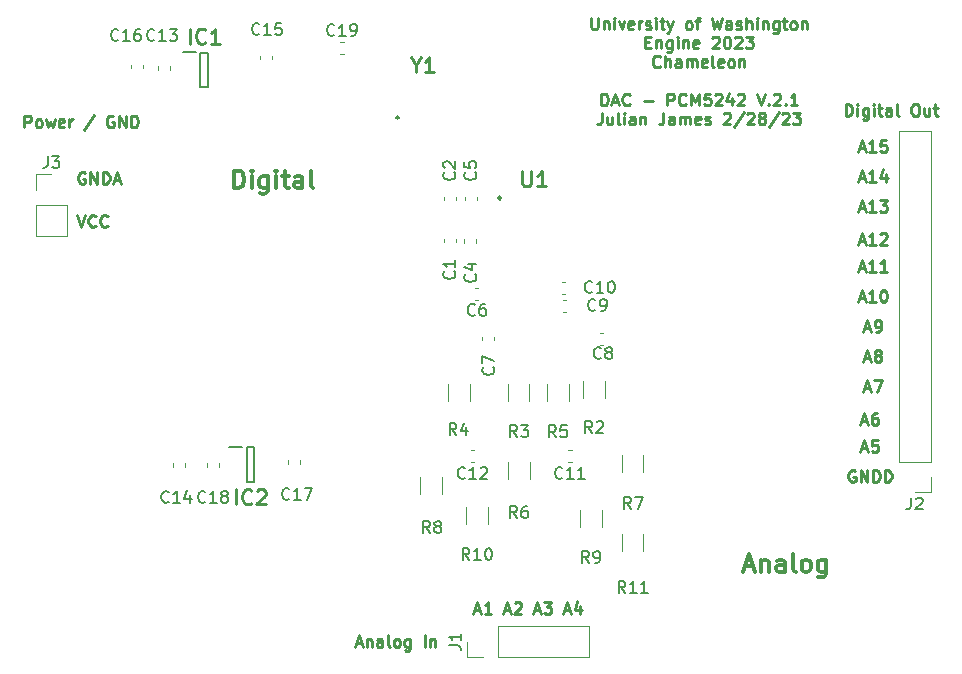
<source format=gbr>
%TF.GenerationSoftware,KiCad,Pcbnew,(6.0.10)*%
%TF.CreationDate,2023-03-06T12:11:40-08:00*%
%TF.ProjectId,PCM5242,50434d35-3234-4322-9e6b-696361645f70,rev?*%
%TF.SameCoordinates,Original*%
%TF.FileFunction,Legend,Top*%
%TF.FilePolarity,Positive*%
%FSLAX46Y46*%
G04 Gerber Fmt 4.6, Leading zero omitted, Abs format (unit mm)*
G04 Created by KiCad (PCBNEW (6.0.10)) date 2023-03-06 12:11:40*
%MOMM*%
%LPD*%
G01*
G04 APERTURE LIST*
%ADD10C,0.250000*%
%ADD11C,0.300000*%
%ADD12C,0.150000*%
%ADD13C,0.254000*%
%ADD14C,0.120000*%
%ADD15C,0.200000*%
G04 APERTURE END LIST*
D10*
X94535714Y-128690666D02*
X95011904Y-128690666D01*
X94440476Y-128976380D02*
X94773809Y-127976380D01*
X95107142Y-128976380D01*
X95869047Y-128309714D02*
X95869047Y-128976380D01*
X95630952Y-127928761D02*
X95392857Y-128643047D01*
X96011904Y-128643047D01*
X86915714Y-128690666D02*
X87391904Y-128690666D01*
X86820476Y-128976380D02*
X87153809Y-127976380D01*
X87487142Y-128976380D01*
X88344285Y-128976380D02*
X87772857Y-128976380D01*
X88058571Y-128976380D02*
X88058571Y-127976380D01*
X87963333Y-128119238D01*
X87868095Y-128214476D01*
X87772857Y-128262095D01*
X89455714Y-128690666D02*
X89931904Y-128690666D01*
X89360476Y-128976380D02*
X89693809Y-127976380D01*
X90027142Y-128976380D01*
X90312857Y-128071619D02*
X90360476Y-128024000D01*
X90455714Y-127976380D01*
X90693809Y-127976380D01*
X90789047Y-128024000D01*
X90836666Y-128071619D01*
X90884285Y-128166857D01*
X90884285Y-128262095D01*
X90836666Y-128404952D01*
X90265238Y-128976380D01*
X90884285Y-128976380D01*
D11*
X66564285Y-92943071D02*
X66564285Y-91443071D01*
X66921428Y-91443071D01*
X67135714Y-91514500D01*
X67278571Y-91657357D01*
X67350000Y-91800214D01*
X67421428Y-92085928D01*
X67421428Y-92300214D01*
X67350000Y-92585928D01*
X67278571Y-92728785D01*
X67135714Y-92871642D01*
X66921428Y-92943071D01*
X66564285Y-92943071D01*
X68064285Y-92943071D02*
X68064285Y-91943071D01*
X68064285Y-91443071D02*
X67992857Y-91514500D01*
X68064285Y-91585928D01*
X68135714Y-91514500D01*
X68064285Y-91443071D01*
X68064285Y-91585928D01*
X69421428Y-91943071D02*
X69421428Y-93157357D01*
X69350000Y-93300214D01*
X69278571Y-93371642D01*
X69135714Y-93443071D01*
X68921428Y-93443071D01*
X68778571Y-93371642D01*
X69421428Y-92871642D02*
X69278571Y-92943071D01*
X68992857Y-92943071D01*
X68850000Y-92871642D01*
X68778571Y-92800214D01*
X68707142Y-92657357D01*
X68707142Y-92228785D01*
X68778571Y-92085928D01*
X68850000Y-92014500D01*
X68992857Y-91943071D01*
X69278571Y-91943071D01*
X69421428Y-92014500D01*
X70135714Y-92943071D02*
X70135714Y-91943071D01*
X70135714Y-91443071D02*
X70064285Y-91514500D01*
X70135714Y-91585928D01*
X70207142Y-91514500D01*
X70135714Y-91443071D01*
X70135714Y-91585928D01*
X70635714Y-91943071D02*
X71207142Y-91943071D01*
X70850000Y-91443071D02*
X70850000Y-92728785D01*
X70921428Y-92871642D01*
X71064285Y-92943071D01*
X71207142Y-92943071D01*
X72350000Y-92943071D02*
X72350000Y-92157357D01*
X72278571Y-92014500D01*
X72135714Y-91943071D01*
X71850000Y-91943071D01*
X71707142Y-92014500D01*
X72350000Y-92871642D02*
X72207142Y-92943071D01*
X71850000Y-92943071D01*
X71707142Y-92871642D01*
X71635714Y-92728785D01*
X71635714Y-92585928D01*
X71707142Y-92443071D01*
X71850000Y-92371642D01*
X72207142Y-92371642D01*
X72350000Y-92300214D01*
X73278571Y-92943071D02*
X73135714Y-92871642D01*
X73064285Y-92728785D01*
X73064285Y-91443071D01*
D10*
X53927523Y-91616000D02*
X53832285Y-91568380D01*
X53689428Y-91568380D01*
X53546571Y-91616000D01*
X53451333Y-91711238D01*
X53403714Y-91806476D01*
X53356095Y-91996952D01*
X53356095Y-92139809D01*
X53403714Y-92330285D01*
X53451333Y-92425523D01*
X53546571Y-92520761D01*
X53689428Y-92568380D01*
X53784666Y-92568380D01*
X53927523Y-92520761D01*
X53975142Y-92473142D01*
X53975142Y-92139809D01*
X53784666Y-92139809D01*
X54403714Y-92568380D02*
X54403714Y-91568380D01*
X54975142Y-92568380D01*
X54975142Y-91568380D01*
X55451333Y-92568380D02*
X55451333Y-91568380D01*
X55689428Y-91568380D01*
X55832285Y-91616000D01*
X55927523Y-91711238D01*
X55975142Y-91806476D01*
X56022761Y-91996952D01*
X56022761Y-92139809D01*
X55975142Y-92330285D01*
X55927523Y-92425523D01*
X55832285Y-92520761D01*
X55689428Y-92568380D01*
X55451333Y-92568380D01*
X56403714Y-92282666D02*
X56879904Y-92282666D01*
X56308476Y-92568380D02*
X56641809Y-91568380D01*
X56975142Y-92568380D01*
X119459523Y-94654666D02*
X119935714Y-94654666D01*
X119364285Y-94940380D02*
X119697619Y-93940380D01*
X120030952Y-94940380D01*
X120888095Y-94940380D02*
X120316666Y-94940380D01*
X120602380Y-94940380D02*
X120602380Y-93940380D01*
X120507142Y-94083238D01*
X120411904Y-94178476D01*
X120316666Y-94226095D01*
X121221428Y-93940380D02*
X121840476Y-93940380D01*
X121507142Y-94321333D01*
X121650000Y-94321333D01*
X121745238Y-94368952D01*
X121792857Y-94416571D01*
X121840476Y-94511809D01*
X121840476Y-94749904D01*
X121792857Y-94845142D01*
X121745238Y-94892761D01*
X121650000Y-94940380D01*
X121364285Y-94940380D01*
X121269047Y-94892761D01*
X121221428Y-94845142D01*
X119459523Y-89574666D02*
X119935714Y-89574666D01*
X119364285Y-89860380D02*
X119697619Y-88860380D01*
X120030952Y-89860380D01*
X120888095Y-89860380D02*
X120316666Y-89860380D01*
X120602380Y-89860380D02*
X120602380Y-88860380D01*
X120507142Y-89003238D01*
X120411904Y-89098476D01*
X120316666Y-89146095D01*
X121792857Y-88860380D02*
X121316666Y-88860380D01*
X121269047Y-89336571D01*
X121316666Y-89288952D01*
X121411904Y-89241333D01*
X121650000Y-89241333D01*
X121745238Y-89288952D01*
X121792857Y-89336571D01*
X121840476Y-89431809D01*
X121840476Y-89669904D01*
X121792857Y-89765142D01*
X121745238Y-89812761D01*
X121650000Y-89860380D01*
X121411904Y-89860380D01*
X121316666Y-89812761D01*
X121269047Y-89765142D01*
X91995714Y-128690666D02*
X92471904Y-128690666D01*
X91900476Y-128976380D02*
X92233809Y-127976380D01*
X92567142Y-128976380D01*
X92805238Y-127976380D02*
X93424285Y-127976380D01*
X93090952Y-128357333D01*
X93233809Y-128357333D01*
X93329047Y-128404952D01*
X93376666Y-128452571D01*
X93424285Y-128547809D01*
X93424285Y-128785904D01*
X93376666Y-128881142D01*
X93329047Y-128928761D01*
X93233809Y-128976380D01*
X92948095Y-128976380D01*
X92852857Y-128928761D01*
X92805238Y-128881142D01*
X119935714Y-104814666D02*
X120411904Y-104814666D01*
X119840476Y-105100380D02*
X120173809Y-104100380D01*
X120507142Y-105100380D01*
X120888095Y-105100380D02*
X121078571Y-105100380D01*
X121173809Y-105052761D01*
X121221428Y-105005142D01*
X121316666Y-104862285D01*
X121364285Y-104671809D01*
X121364285Y-104290857D01*
X121316666Y-104195619D01*
X121269047Y-104148000D01*
X121173809Y-104100380D01*
X120983333Y-104100380D01*
X120888095Y-104148000D01*
X120840476Y-104195619D01*
X120792857Y-104290857D01*
X120792857Y-104528952D01*
X120840476Y-104624190D01*
X120888095Y-104671809D01*
X120983333Y-104719428D01*
X121173809Y-104719428D01*
X121269047Y-104671809D01*
X121316666Y-104624190D01*
X121364285Y-104528952D01*
X119459523Y-102274666D02*
X119935714Y-102274666D01*
X119364285Y-102560380D02*
X119697619Y-101560380D01*
X120030952Y-102560380D01*
X120888095Y-102560380D02*
X120316666Y-102560380D01*
X120602380Y-102560380D02*
X120602380Y-101560380D01*
X120507142Y-101703238D01*
X120411904Y-101798476D01*
X120316666Y-101846095D01*
X121507142Y-101560380D02*
X121602380Y-101560380D01*
X121697619Y-101608000D01*
X121745238Y-101655619D01*
X121792857Y-101750857D01*
X121840476Y-101941333D01*
X121840476Y-102179428D01*
X121792857Y-102369904D01*
X121745238Y-102465142D01*
X121697619Y-102512761D01*
X121602380Y-102560380D01*
X121507142Y-102560380D01*
X121411904Y-102512761D01*
X121364285Y-102465142D01*
X121316666Y-102369904D01*
X121269047Y-102179428D01*
X121269047Y-101941333D01*
X121316666Y-101750857D01*
X121364285Y-101655619D01*
X121411904Y-101608000D01*
X121507142Y-101560380D01*
X118340666Y-86812380D02*
X118340666Y-85812380D01*
X118578761Y-85812380D01*
X118721619Y-85860000D01*
X118816857Y-85955238D01*
X118864476Y-86050476D01*
X118912095Y-86240952D01*
X118912095Y-86383809D01*
X118864476Y-86574285D01*
X118816857Y-86669523D01*
X118721619Y-86764761D01*
X118578761Y-86812380D01*
X118340666Y-86812380D01*
X119340666Y-86812380D02*
X119340666Y-86145714D01*
X119340666Y-85812380D02*
X119293047Y-85860000D01*
X119340666Y-85907619D01*
X119388285Y-85860000D01*
X119340666Y-85812380D01*
X119340666Y-85907619D01*
X120245428Y-86145714D02*
X120245428Y-86955238D01*
X120197809Y-87050476D01*
X120150190Y-87098095D01*
X120054952Y-87145714D01*
X119912095Y-87145714D01*
X119816857Y-87098095D01*
X120245428Y-86764761D02*
X120150190Y-86812380D01*
X119959714Y-86812380D01*
X119864476Y-86764761D01*
X119816857Y-86717142D01*
X119769238Y-86621904D01*
X119769238Y-86336190D01*
X119816857Y-86240952D01*
X119864476Y-86193333D01*
X119959714Y-86145714D01*
X120150190Y-86145714D01*
X120245428Y-86193333D01*
X120721619Y-86812380D02*
X120721619Y-86145714D01*
X120721619Y-85812380D02*
X120674000Y-85860000D01*
X120721619Y-85907619D01*
X120769238Y-85860000D01*
X120721619Y-85812380D01*
X120721619Y-85907619D01*
X121054952Y-86145714D02*
X121435904Y-86145714D01*
X121197809Y-85812380D02*
X121197809Y-86669523D01*
X121245428Y-86764761D01*
X121340666Y-86812380D01*
X121435904Y-86812380D01*
X122197809Y-86812380D02*
X122197809Y-86288571D01*
X122150190Y-86193333D01*
X122054952Y-86145714D01*
X121864476Y-86145714D01*
X121769238Y-86193333D01*
X122197809Y-86764761D02*
X122102571Y-86812380D01*
X121864476Y-86812380D01*
X121769238Y-86764761D01*
X121721619Y-86669523D01*
X121721619Y-86574285D01*
X121769238Y-86479047D01*
X121864476Y-86431428D01*
X122102571Y-86431428D01*
X122197809Y-86383809D01*
X122816857Y-86812380D02*
X122721619Y-86764761D01*
X122674000Y-86669523D01*
X122674000Y-85812380D01*
X124150190Y-85812380D02*
X124340666Y-85812380D01*
X124435904Y-85860000D01*
X124531142Y-85955238D01*
X124578761Y-86145714D01*
X124578761Y-86479047D01*
X124531142Y-86669523D01*
X124435904Y-86764761D01*
X124340666Y-86812380D01*
X124150190Y-86812380D01*
X124054952Y-86764761D01*
X123959714Y-86669523D01*
X123912095Y-86479047D01*
X123912095Y-86145714D01*
X123959714Y-85955238D01*
X124054952Y-85860000D01*
X124150190Y-85812380D01*
X125435904Y-86145714D02*
X125435904Y-86812380D01*
X125007333Y-86145714D02*
X125007333Y-86669523D01*
X125054952Y-86764761D01*
X125150190Y-86812380D01*
X125293047Y-86812380D01*
X125388285Y-86764761D01*
X125435904Y-86717142D01*
X125769238Y-86145714D02*
X126150190Y-86145714D01*
X125912095Y-85812380D02*
X125912095Y-86669523D01*
X125959714Y-86764761D01*
X126054952Y-86812380D01*
X126150190Y-86812380D01*
X53276666Y-95210380D02*
X53610000Y-96210380D01*
X53943333Y-95210380D01*
X54848095Y-96115142D02*
X54800476Y-96162761D01*
X54657619Y-96210380D01*
X54562380Y-96210380D01*
X54419523Y-96162761D01*
X54324285Y-96067523D01*
X54276666Y-95972285D01*
X54229047Y-95781809D01*
X54229047Y-95638952D01*
X54276666Y-95448476D01*
X54324285Y-95353238D01*
X54419523Y-95258000D01*
X54562380Y-95210380D01*
X54657619Y-95210380D01*
X54800476Y-95258000D01*
X54848095Y-95305619D01*
X55848095Y-96115142D02*
X55800476Y-96162761D01*
X55657619Y-96210380D01*
X55562380Y-96210380D01*
X55419523Y-96162761D01*
X55324285Y-96067523D01*
X55276666Y-95972285D01*
X55229047Y-95781809D01*
X55229047Y-95638952D01*
X55276666Y-95448476D01*
X55324285Y-95353238D01*
X55419523Y-95258000D01*
X55562380Y-95210380D01*
X55657619Y-95210380D01*
X55800476Y-95258000D01*
X55848095Y-95305619D01*
X76883047Y-131484666D02*
X77359238Y-131484666D01*
X76787809Y-131770380D02*
X77121142Y-130770380D01*
X77454476Y-131770380D01*
X77787809Y-131103714D02*
X77787809Y-131770380D01*
X77787809Y-131198952D02*
X77835428Y-131151333D01*
X77930666Y-131103714D01*
X78073523Y-131103714D01*
X78168761Y-131151333D01*
X78216380Y-131246571D01*
X78216380Y-131770380D01*
X79121142Y-131770380D02*
X79121142Y-131246571D01*
X79073523Y-131151333D01*
X78978285Y-131103714D01*
X78787809Y-131103714D01*
X78692571Y-131151333D01*
X79121142Y-131722761D02*
X79025904Y-131770380D01*
X78787809Y-131770380D01*
X78692571Y-131722761D01*
X78644952Y-131627523D01*
X78644952Y-131532285D01*
X78692571Y-131437047D01*
X78787809Y-131389428D01*
X79025904Y-131389428D01*
X79121142Y-131341809D01*
X79740190Y-131770380D02*
X79644952Y-131722761D01*
X79597333Y-131627523D01*
X79597333Y-130770380D01*
X80264000Y-131770380D02*
X80168761Y-131722761D01*
X80121142Y-131675142D01*
X80073523Y-131579904D01*
X80073523Y-131294190D01*
X80121142Y-131198952D01*
X80168761Y-131151333D01*
X80264000Y-131103714D01*
X80406857Y-131103714D01*
X80502095Y-131151333D01*
X80549714Y-131198952D01*
X80597333Y-131294190D01*
X80597333Y-131579904D01*
X80549714Y-131675142D01*
X80502095Y-131722761D01*
X80406857Y-131770380D01*
X80264000Y-131770380D01*
X81454476Y-131103714D02*
X81454476Y-131913238D01*
X81406857Y-132008476D01*
X81359238Y-132056095D01*
X81264000Y-132103714D01*
X81121142Y-132103714D01*
X81025904Y-132056095D01*
X81454476Y-131722761D02*
X81359238Y-131770380D01*
X81168761Y-131770380D01*
X81073523Y-131722761D01*
X81025904Y-131675142D01*
X80978285Y-131579904D01*
X80978285Y-131294190D01*
X81025904Y-131198952D01*
X81073523Y-131151333D01*
X81168761Y-131103714D01*
X81359238Y-131103714D01*
X81454476Y-131151333D01*
X82692571Y-131770380D02*
X82692571Y-130770380D01*
X83168761Y-131103714D02*
X83168761Y-131770380D01*
X83168761Y-131198952D02*
X83216380Y-131151333D01*
X83311619Y-131103714D01*
X83454476Y-131103714D01*
X83549714Y-131151333D01*
X83597333Y-131246571D01*
X83597333Y-131770380D01*
X119459523Y-92114666D02*
X119935714Y-92114666D01*
X119364285Y-92400380D02*
X119697619Y-91400380D01*
X120030952Y-92400380D01*
X120888095Y-92400380D02*
X120316666Y-92400380D01*
X120602380Y-92400380D02*
X120602380Y-91400380D01*
X120507142Y-91543238D01*
X120411904Y-91638476D01*
X120316666Y-91686095D01*
X121745238Y-91733714D02*
X121745238Y-92400380D01*
X121507142Y-91352761D02*
X121269047Y-92067047D01*
X121888095Y-92067047D01*
X119935714Y-107354666D02*
X120411904Y-107354666D01*
X119840476Y-107640380D02*
X120173809Y-106640380D01*
X120507142Y-107640380D01*
X120983333Y-107068952D02*
X120888095Y-107021333D01*
X120840476Y-106973714D01*
X120792857Y-106878476D01*
X120792857Y-106830857D01*
X120840476Y-106735619D01*
X120888095Y-106688000D01*
X120983333Y-106640380D01*
X121173809Y-106640380D01*
X121269047Y-106688000D01*
X121316666Y-106735619D01*
X121364285Y-106830857D01*
X121364285Y-106878476D01*
X121316666Y-106973714D01*
X121269047Y-107021333D01*
X121173809Y-107068952D01*
X120983333Y-107068952D01*
X120888095Y-107116571D01*
X120840476Y-107164190D01*
X120792857Y-107259428D01*
X120792857Y-107449904D01*
X120840476Y-107545142D01*
X120888095Y-107592761D01*
X120983333Y-107640380D01*
X121173809Y-107640380D01*
X121269047Y-107592761D01*
X121316666Y-107545142D01*
X121364285Y-107449904D01*
X121364285Y-107259428D01*
X121316666Y-107164190D01*
X121269047Y-107116571D01*
X121173809Y-107068952D01*
X119459523Y-97448666D02*
X119935714Y-97448666D01*
X119364285Y-97734380D02*
X119697619Y-96734380D01*
X120030952Y-97734380D01*
X120888095Y-97734380D02*
X120316666Y-97734380D01*
X120602380Y-97734380D02*
X120602380Y-96734380D01*
X120507142Y-96877238D01*
X120411904Y-96972476D01*
X120316666Y-97020095D01*
X121269047Y-96829619D02*
X121316666Y-96782000D01*
X121411904Y-96734380D01*
X121650000Y-96734380D01*
X121745238Y-96782000D01*
X121792857Y-96829619D01*
X121840476Y-96924857D01*
X121840476Y-97020095D01*
X121792857Y-97162952D01*
X121221428Y-97734380D01*
X121840476Y-97734380D01*
X119459523Y-99734666D02*
X119935714Y-99734666D01*
X119364285Y-100020380D02*
X119697619Y-99020380D01*
X120030952Y-100020380D01*
X120888095Y-100020380D02*
X120316666Y-100020380D01*
X120602380Y-100020380D02*
X120602380Y-99020380D01*
X120507142Y-99163238D01*
X120411904Y-99258476D01*
X120316666Y-99306095D01*
X121840476Y-100020380D02*
X121269047Y-100020380D01*
X121554761Y-100020380D02*
X121554761Y-99020380D01*
X121459523Y-99163238D01*
X121364285Y-99258476D01*
X121269047Y-99306095D01*
X48808285Y-87785380D02*
X48808285Y-86785380D01*
X49189238Y-86785380D01*
X49284476Y-86833000D01*
X49332095Y-86880619D01*
X49379714Y-86975857D01*
X49379714Y-87118714D01*
X49332095Y-87213952D01*
X49284476Y-87261571D01*
X49189238Y-87309190D01*
X48808285Y-87309190D01*
X49951142Y-87785380D02*
X49855904Y-87737761D01*
X49808285Y-87690142D01*
X49760666Y-87594904D01*
X49760666Y-87309190D01*
X49808285Y-87213952D01*
X49855904Y-87166333D01*
X49951142Y-87118714D01*
X50094000Y-87118714D01*
X50189238Y-87166333D01*
X50236857Y-87213952D01*
X50284476Y-87309190D01*
X50284476Y-87594904D01*
X50236857Y-87690142D01*
X50189238Y-87737761D01*
X50094000Y-87785380D01*
X49951142Y-87785380D01*
X50617809Y-87118714D02*
X50808285Y-87785380D01*
X50998761Y-87309190D01*
X51189238Y-87785380D01*
X51379714Y-87118714D01*
X52141619Y-87737761D02*
X52046380Y-87785380D01*
X51855904Y-87785380D01*
X51760666Y-87737761D01*
X51713047Y-87642523D01*
X51713047Y-87261571D01*
X51760666Y-87166333D01*
X51855904Y-87118714D01*
X52046380Y-87118714D01*
X52141619Y-87166333D01*
X52189238Y-87261571D01*
X52189238Y-87356809D01*
X51713047Y-87452047D01*
X52617809Y-87785380D02*
X52617809Y-87118714D01*
X52617809Y-87309190D02*
X52665428Y-87213952D01*
X52713047Y-87166333D01*
X52808285Y-87118714D01*
X52903523Y-87118714D01*
X54713047Y-86737761D02*
X53855904Y-88023476D01*
X56332095Y-86833000D02*
X56236857Y-86785380D01*
X56094000Y-86785380D01*
X55951142Y-86833000D01*
X55855904Y-86928238D01*
X55808285Y-87023476D01*
X55760666Y-87213952D01*
X55760666Y-87356809D01*
X55808285Y-87547285D01*
X55855904Y-87642523D01*
X55951142Y-87737761D01*
X56094000Y-87785380D01*
X56189238Y-87785380D01*
X56332095Y-87737761D01*
X56379714Y-87690142D01*
X56379714Y-87356809D01*
X56189238Y-87356809D01*
X56808285Y-87785380D02*
X56808285Y-86785380D01*
X57379714Y-87785380D01*
X57379714Y-86785380D01*
X57855904Y-87785380D02*
X57855904Y-86785380D01*
X58094000Y-86785380D01*
X58236857Y-86833000D01*
X58332095Y-86928238D01*
X58379714Y-87023476D01*
X58427333Y-87213952D01*
X58427333Y-87356809D01*
X58379714Y-87547285D01*
X58332095Y-87642523D01*
X58236857Y-87737761D01*
X58094000Y-87785380D01*
X57855904Y-87785380D01*
X119681714Y-114974666D02*
X120157904Y-114974666D01*
X119586476Y-115260380D02*
X119919809Y-114260380D01*
X120253142Y-115260380D01*
X121062666Y-114260380D02*
X120586476Y-114260380D01*
X120538857Y-114736571D01*
X120586476Y-114688952D01*
X120681714Y-114641333D01*
X120919809Y-114641333D01*
X121015047Y-114688952D01*
X121062666Y-114736571D01*
X121110285Y-114831809D01*
X121110285Y-115069904D01*
X121062666Y-115165142D01*
X121015047Y-115212761D01*
X120919809Y-115260380D01*
X120681714Y-115260380D01*
X120586476Y-115212761D01*
X120538857Y-115165142D01*
X96798952Y-78485380D02*
X96798952Y-79294904D01*
X96846571Y-79390142D01*
X96894190Y-79437761D01*
X96989428Y-79485380D01*
X97179904Y-79485380D01*
X97275142Y-79437761D01*
X97322761Y-79390142D01*
X97370380Y-79294904D01*
X97370380Y-78485380D01*
X97846571Y-78818714D02*
X97846571Y-79485380D01*
X97846571Y-78913952D02*
X97894190Y-78866333D01*
X97989428Y-78818714D01*
X98132285Y-78818714D01*
X98227523Y-78866333D01*
X98275142Y-78961571D01*
X98275142Y-79485380D01*
X98751333Y-79485380D02*
X98751333Y-78818714D01*
X98751333Y-78485380D02*
X98703714Y-78533000D01*
X98751333Y-78580619D01*
X98798952Y-78533000D01*
X98751333Y-78485380D01*
X98751333Y-78580619D01*
X99132285Y-78818714D02*
X99370380Y-79485380D01*
X99608476Y-78818714D01*
X100370380Y-79437761D02*
X100275142Y-79485380D01*
X100084666Y-79485380D01*
X99989428Y-79437761D01*
X99941809Y-79342523D01*
X99941809Y-78961571D01*
X99989428Y-78866333D01*
X100084666Y-78818714D01*
X100275142Y-78818714D01*
X100370380Y-78866333D01*
X100417999Y-78961571D01*
X100417999Y-79056809D01*
X99941809Y-79152047D01*
X100846571Y-79485380D02*
X100846571Y-78818714D01*
X100846571Y-79009190D02*
X100894190Y-78913952D01*
X100941809Y-78866333D01*
X101037047Y-78818714D01*
X101132285Y-78818714D01*
X101417999Y-79437761D02*
X101513238Y-79485380D01*
X101703714Y-79485380D01*
X101798952Y-79437761D01*
X101846571Y-79342523D01*
X101846571Y-79294904D01*
X101798952Y-79199666D01*
X101703714Y-79152047D01*
X101560857Y-79152047D01*
X101465619Y-79104428D01*
X101417999Y-79009190D01*
X101417999Y-78961571D01*
X101465619Y-78866333D01*
X101560857Y-78818714D01*
X101703714Y-78818714D01*
X101798952Y-78866333D01*
X102275142Y-79485380D02*
X102275142Y-78818714D01*
X102275142Y-78485380D02*
X102227523Y-78533000D01*
X102275142Y-78580619D01*
X102322761Y-78533000D01*
X102275142Y-78485380D01*
X102275142Y-78580619D01*
X102608476Y-78818714D02*
X102989428Y-78818714D01*
X102751333Y-78485380D02*
X102751333Y-79342523D01*
X102798952Y-79437761D01*
X102894190Y-79485380D01*
X102989428Y-79485380D01*
X103227523Y-78818714D02*
X103465619Y-79485380D01*
X103703714Y-78818714D02*
X103465619Y-79485380D01*
X103370380Y-79723476D01*
X103322761Y-79771095D01*
X103227523Y-79818714D01*
X104989428Y-79485380D02*
X104894190Y-79437761D01*
X104846571Y-79390142D01*
X104798952Y-79294904D01*
X104798952Y-79009190D01*
X104846571Y-78913952D01*
X104894190Y-78866333D01*
X104989428Y-78818714D01*
X105132285Y-78818714D01*
X105227523Y-78866333D01*
X105275142Y-78913952D01*
X105322761Y-79009190D01*
X105322761Y-79294904D01*
X105275142Y-79390142D01*
X105227523Y-79437761D01*
X105132285Y-79485380D01*
X104989428Y-79485380D01*
X105608476Y-78818714D02*
X105989428Y-78818714D01*
X105751333Y-79485380D02*
X105751333Y-78628238D01*
X105798952Y-78533000D01*
X105894190Y-78485380D01*
X105989428Y-78485380D01*
X106989428Y-78485380D02*
X107227523Y-79485380D01*
X107417999Y-78771095D01*
X107608476Y-79485380D01*
X107846571Y-78485380D01*
X108656095Y-79485380D02*
X108656095Y-78961571D01*
X108608476Y-78866333D01*
X108513238Y-78818714D01*
X108322761Y-78818714D01*
X108227523Y-78866333D01*
X108656095Y-79437761D02*
X108560857Y-79485380D01*
X108322761Y-79485380D01*
X108227523Y-79437761D01*
X108179904Y-79342523D01*
X108179904Y-79247285D01*
X108227523Y-79152047D01*
X108322761Y-79104428D01*
X108560857Y-79104428D01*
X108656095Y-79056809D01*
X109084666Y-79437761D02*
X109179904Y-79485380D01*
X109370380Y-79485380D01*
X109465619Y-79437761D01*
X109513238Y-79342523D01*
X109513238Y-79294904D01*
X109465619Y-79199666D01*
X109370380Y-79152047D01*
X109227523Y-79152047D01*
X109132285Y-79104428D01*
X109084666Y-79009190D01*
X109084666Y-78961571D01*
X109132285Y-78866333D01*
X109227523Y-78818714D01*
X109370380Y-78818714D01*
X109465619Y-78866333D01*
X109941809Y-79485380D02*
X109941809Y-78485380D01*
X110370380Y-79485380D02*
X110370380Y-78961571D01*
X110322761Y-78866333D01*
X110227523Y-78818714D01*
X110084666Y-78818714D01*
X109989428Y-78866333D01*
X109941809Y-78913952D01*
X110846571Y-79485380D02*
X110846571Y-78818714D01*
X110846571Y-78485380D02*
X110798952Y-78533000D01*
X110846571Y-78580619D01*
X110894190Y-78533000D01*
X110846571Y-78485380D01*
X110846571Y-78580619D01*
X111322761Y-78818714D02*
X111322761Y-79485380D01*
X111322761Y-78913952D02*
X111370380Y-78866333D01*
X111465619Y-78818714D01*
X111608476Y-78818714D01*
X111703714Y-78866333D01*
X111751333Y-78961571D01*
X111751333Y-79485380D01*
X112656095Y-78818714D02*
X112656095Y-79628238D01*
X112608476Y-79723476D01*
X112560857Y-79771095D01*
X112465619Y-79818714D01*
X112322761Y-79818714D01*
X112227523Y-79771095D01*
X112656095Y-79437761D02*
X112560857Y-79485380D01*
X112370380Y-79485380D01*
X112275142Y-79437761D01*
X112227523Y-79390142D01*
X112179904Y-79294904D01*
X112179904Y-79009190D01*
X112227523Y-78913952D01*
X112275142Y-78866333D01*
X112370380Y-78818714D01*
X112560857Y-78818714D01*
X112656095Y-78866333D01*
X112989428Y-78818714D02*
X113370380Y-78818714D01*
X113132285Y-78485380D02*
X113132285Y-79342523D01*
X113179904Y-79437761D01*
X113275142Y-79485380D01*
X113370380Y-79485380D01*
X113846571Y-79485380D02*
X113751333Y-79437761D01*
X113703714Y-79390142D01*
X113656095Y-79294904D01*
X113656095Y-79009190D01*
X113703714Y-78913952D01*
X113751333Y-78866333D01*
X113846571Y-78818714D01*
X113989428Y-78818714D01*
X114084666Y-78866333D01*
X114132285Y-78913952D01*
X114179904Y-79009190D01*
X114179904Y-79294904D01*
X114132285Y-79390142D01*
X114084666Y-79437761D01*
X113989428Y-79485380D01*
X113846571Y-79485380D01*
X114608476Y-78818714D02*
X114608476Y-79485380D01*
X114608476Y-78913952D02*
X114656095Y-78866333D01*
X114751333Y-78818714D01*
X114894190Y-78818714D01*
X114989428Y-78866333D01*
X115037047Y-78961571D01*
X115037047Y-79485380D01*
X101394190Y-80571571D02*
X101727523Y-80571571D01*
X101870380Y-81095380D02*
X101394190Y-81095380D01*
X101394190Y-80095380D01*
X101870380Y-80095380D01*
X102298952Y-80428714D02*
X102298952Y-81095380D01*
X102298952Y-80523952D02*
X102346571Y-80476333D01*
X102441809Y-80428714D01*
X102584666Y-80428714D01*
X102679904Y-80476333D01*
X102727523Y-80571571D01*
X102727523Y-81095380D01*
X103632285Y-80428714D02*
X103632285Y-81238238D01*
X103584666Y-81333476D01*
X103537047Y-81381095D01*
X103441809Y-81428714D01*
X103298952Y-81428714D01*
X103203714Y-81381095D01*
X103632285Y-81047761D02*
X103537047Y-81095380D01*
X103346571Y-81095380D01*
X103251333Y-81047761D01*
X103203714Y-81000142D01*
X103156095Y-80904904D01*
X103156095Y-80619190D01*
X103203714Y-80523952D01*
X103251333Y-80476333D01*
X103346571Y-80428714D01*
X103537047Y-80428714D01*
X103632285Y-80476333D01*
X104108476Y-81095380D02*
X104108476Y-80428714D01*
X104108476Y-80095380D02*
X104060857Y-80143000D01*
X104108476Y-80190619D01*
X104156095Y-80143000D01*
X104108476Y-80095380D01*
X104108476Y-80190619D01*
X104584666Y-80428714D02*
X104584666Y-81095380D01*
X104584666Y-80523952D02*
X104632285Y-80476333D01*
X104727523Y-80428714D01*
X104870380Y-80428714D01*
X104965619Y-80476333D01*
X105013238Y-80571571D01*
X105013238Y-81095380D01*
X105870380Y-81047761D02*
X105775142Y-81095380D01*
X105584666Y-81095380D01*
X105489428Y-81047761D01*
X105441809Y-80952523D01*
X105441809Y-80571571D01*
X105489428Y-80476333D01*
X105584666Y-80428714D01*
X105775142Y-80428714D01*
X105870380Y-80476333D01*
X105918000Y-80571571D01*
X105918000Y-80666809D01*
X105441809Y-80762047D01*
X107060857Y-80190619D02*
X107108476Y-80143000D01*
X107203714Y-80095380D01*
X107441809Y-80095380D01*
X107537047Y-80143000D01*
X107584666Y-80190619D01*
X107632285Y-80285857D01*
X107632285Y-80381095D01*
X107584666Y-80523952D01*
X107013238Y-81095380D01*
X107632285Y-81095380D01*
X108251333Y-80095380D02*
X108346571Y-80095380D01*
X108441809Y-80143000D01*
X108489428Y-80190619D01*
X108537047Y-80285857D01*
X108584666Y-80476333D01*
X108584666Y-80714428D01*
X108537047Y-80904904D01*
X108489428Y-81000142D01*
X108441809Y-81047761D01*
X108346571Y-81095380D01*
X108251333Y-81095380D01*
X108156095Y-81047761D01*
X108108476Y-81000142D01*
X108060857Y-80904904D01*
X108013238Y-80714428D01*
X108013238Y-80476333D01*
X108060857Y-80285857D01*
X108108476Y-80190619D01*
X108156095Y-80143000D01*
X108251333Y-80095380D01*
X108965619Y-80190619D02*
X109013238Y-80143000D01*
X109108476Y-80095380D01*
X109346571Y-80095380D01*
X109441809Y-80143000D01*
X109489428Y-80190619D01*
X109537047Y-80285857D01*
X109537047Y-80381095D01*
X109489428Y-80523952D01*
X108918000Y-81095380D01*
X109537047Y-81095380D01*
X109870380Y-80095380D02*
X110489428Y-80095380D01*
X110156095Y-80476333D01*
X110298952Y-80476333D01*
X110394190Y-80523952D01*
X110441809Y-80571571D01*
X110489428Y-80666809D01*
X110489428Y-80904904D01*
X110441809Y-81000142D01*
X110394190Y-81047761D01*
X110298952Y-81095380D01*
X110013238Y-81095380D01*
X109918000Y-81047761D01*
X109870380Y-81000142D01*
X102632285Y-82610142D02*
X102584666Y-82657761D01*
X102441809Y-82705380D01*
X102346571Y-82705380D01*
X102203714Y-82657761D01*
X102108476Y-82562523D01*
X102060857Y-82467285D01*
X102013238Y-82276809D01*
X102013238Y-82133952D01*
X102060857Y-81943476D01*
X102108476Y-81848238D01*
X102203714Y-81753000D01*
X102346571Y-81705380D01*
X102441809Y-81705380D01*
X102584666Y-81753000D01*
X102632285Y-81800619D01*
X103060857Y-82705380D02*
X103060857Y-81705380D01*
X103489428Y-82705380D02*
X103489428Y-82181571D01*
X103441809Y-82086333D01*
X103346571Y-82038714D01*
X103203714Y-82038714D01*
X103108476Y-82086333D01*
X103060857Y-82133952D01*
X104394190Y-82705380D02*
X104394190Y-82181571D01*
X104346571Y-82086333D01*
X104251333Y-82038714D01*
X104060857Y-82038714D01*
X103965619Y-82086333D01*
X104394190Y-82657761D02*
X104298952Y-82705380D01*
X104060857Y-82705380D01*
X103965619Y-82657761D01*
X103918000Y-82562523D01*
X103918000Y-82467285D01*
X103965619Y-82372047D01*
X104060857Y-82324428D01*
X104298952Y-82324428D01*
X104394190Y-82276809D01*
X104870380Y-82705380D02*
X104870380Y-82038714D01*
X104870380Y-82133952D02*
X104918000Y-82086333D01*
X105013238Y-82038714D01*
X105156095Y-82038714D01*
X105251333Y-82086333D01*
X105298952Y-82181571D01*
X105298952Y-82705380D01*
X105298952Y-82181571D02*
X105346571Y-82086333D01*
X105441809Y-82038714D01*
X105584666Y-82038714D01*
X105679904Y-82086333D01*
X105727523Y-82181571D01*
X105727523Y-82705380D01*
X106584666Y-82657761D02*
X106489428Y-82705380D01*
X106298952Y-82705380D01*
X106203714Y-82657761D01*
X106156095Y-82562523D01*
X106156095Y-82181571D01*
X106203714Y-82086333D01*
X106298952Y-82038714D01*
X106489428Y-82038714D01*
X106584666Y-82086333D01*
X106632285Y-82181571D01*
X106632285Y-82276809D01*
X106156095Y-82372047D01*
X107203714Y-82705380D02*
X107108476Y-82657761D01*
X107060857Y-82562523D01*
X107060857Y-81705380D01*
X107965619Y-82657761D02*
X107870380Y-82705380D01*
X107679904Y-82705380D01*
X107584666Y-82657761D01*
X107537047Y-82562523D01*
X107537047Y-82181571D01*
X107584666Y-82086333D01*
X107679904Y-82038714D01*
X107870380Y-82038714D01*
X107965619Y-82086333D01*
X108013238Y-82181571D01*
X108013238Y-82276809D01*
X107537047Y-82372047D01*
X108584666Y-82705380D02*
X108489428Y-82657761D01*
X108441809Y-82610142D01*
X108394190Y-82514904D01*
X108394190Y-82229190D01*
X108441809Y-82133952D01*
X108489428Y-82086333D01*
X108584666Y-82038714D01*
X108727523Y-82038714D01*
X108822761Y-82086333D01*
X108870380Y-82133952D01*
X108918000Y-82229190D01*
X108918000Y-82514904D01*
X108870380Y-82610142D01*
X108822761Y-82657761D01*
X108727523Y-82705380D01*
X108584666Y-82705380D01*
X109346571Y-82038714D02*
X109346571Y-82705380D01*
X109346571Y-82133952D02*
X109394190Y-82086333D01*
X109489428Y-82038714D01*
X109632285Y-82038714D01*
X109727523Y-82086333D01*
X109775142Y-82181571D01*
X109775142Y-82705380D01*
X97632285Y-85925380D02*
X97632285Y-84925380D01*
X97870380Y-84925380D01*
X98013238Y-84973000D01*
X98108476Y-85068238D01*
X98156095Y-85163476D01*
X98203714Y-85353952D01*
X98203714Y-85496809D01*
X98156095Y-85687285D01*
X98108476Y-85782523D01*
X98013238Y-85877761D01*
X97870380Y-85925380D01*
X97632285Y-85925380D01*
X98584666Y-85639666D02*
X99060857Y-85639666D01*
X98489428Y-85925380D02*
X98822761Y-84925380D01*
X99156095Y-85925380D01*
X100060857Y-85830142D02*
X100013238Y-85877761D01*
X99870380Y-85925380D01*
X99775142Y-85925380D01*
X99632285Y-85877761D01*
X99537047Y-85782523D01*
X99489428Y-85687285D01*
X99441809Y-85496809D01*
X99441809Y-85353952D01*
X99489428Y-85163476D01*
X99537047Y-85068238D01*
X99632285Y-84973000D01*
X99775142Y-84925380D01*
X99870380Y-84925380D01*
X100013238Y-84973000D01*
X100060857Y-85020619D01*
X101251333Y-85544428D02*
X102013238Y-85544428D01*
X103251333Y-85925380D02*
X103251333Y-84925380D01*
X103632285Y-84925380D01*
X103727523Y-84973000D01*
X103775142Y-85020619D01*
X103822761Y-85115857D01*
X103822761Y-85258714D01*
X103775142Y-85353952D01*
X103727523Y-85401571D01*
X103632285Y-85449190D01*
X103251333Y-85449190D01*
X104822761Y-85830142D02*
X104775142Y-85877761D01*
X104632285Y-85925380D01*
X104537047Y-85925380D01*
X104394190Y-85877761D01*
X104298952Y-85782523D01*
X104251333Y-85687285D01*
X104203714Y-85496809D01*
X104203714Y-85353952D01*
X104251333Y-85163476D01*
X104298952Y-85068238D01*
X104394190Y-84973000D01*
X104537047Y-84925380D01*
X104632285Y-84925380D01*
X104775142Y-84973000D01*
X104822761Y-85020619D01*
X105251333Y-85925380D02*
X105251333Y-84925380D01*
X105584666Y-85639666D01*
X105918000Y-84925380D01*
X105918000Y-85925380D01*
X106870380Y-84925380D02*
X106394190Y-84925380D01*
X106346571Y-85401571D01*
X106394190Y-85353952D01*
X106489428Y-85306333D01*
X106727523Y-85306333D01*
X106822761Y-85353952D01*
X106870380Y-85401571D01*
X106918000Y-85496809D01*
X106918000Y-85734904D01*
X106870380Y-85830142D01*
X106822761Y-85877761D01*
X106727523Y-85925380D01*
X106489428Y-85925380D01*
X106394190Y-85877761D01*
X106346571Y-85830142D01*
X107298952Y-85020619D02*
X107346571Y-84973000D01*
X107441809Y-84925380D01*
X107679904Y-84925380D01*
X107775142Y-84973000D01*
X107822761Y-85020619D01*
X107870380Y-85115857D01*
X107870380Y-85211095D01*
X107822761Y-85353952D01*
X107251333Y-85925380D01*
X107870380Y-85925380D01*
X108727523Y-85258714D02*
X108727523Y-85925380D01*
X108489428Y-84877761D02*
X108251333Y-85592047D01*
X108870380Y-85592047D01*
X109203714Y-85020619D02*
X109251333Y-84973000D01*
X109346571Y-84925380D01*
X109584666Y-84925380D01*
X109679904Y-84973000D01*
X109727523Y-85020619D01*
X109775142Y-85115857D01*
X109775142Y-85211095D01*
X109727523Y-85353952D01*
X109156095Y-85925380D01*
X109775142Y-85925380D01*
X110822761Y-84925380D02*
X111156095Y-85925380D01*
X111489428Y-84925380D01*
X111822761Y-85830142D02*
X111870380Y-85877761D01*
X111822761Y-85925380D01*
X111775142Y-85877761D01*
X111822761Y-85830142D01*
X111822761Y-85925380D01*
X112251333Y-85020619D02*
X112298952Y-84973000D01*
X112394190Y-84925380D01*
X112632285Y-84925380D01*
X112727523Y-84973000D01*
X112775142Y-85020619D01*
X112822761Y-85115857D01*
X112822761Y-85211095D01*
X112775142Y-85353952D01*
X112203714Y-85925380D01*
X112822761Y-85925380D01*
X113251333Y-85830142D02*
X113298952Y-85877761D01*
X113251333Y-85925380D01*
X113203714Y-85877761D01*
X113251333Y-85830142D01*
X113251333Y-85925380D01*
X114251333Y-85925380D02*
X113679904Y-85925380D01*
X113965619Y-85925380D02*
X113965619Y-84925380D01*
X113870380Y-85068238D01*
X113775142Y-85163476D01*
X113679904Y-85211095D01*
X97679904Y-86535380D02*
X97679904Y-87249666D01*
X97632285Y-87392523D01*
X97537047Y-87487761D01*
X97394190Y-87535380D01*
X97298952Y-87535380D01*
X98584666Y-86868714D02*
X98584666Y-87535380D01*
X98156095Y-86868714D02*
X98156095Y-87392523D01*
X98203714Y-87487761D01*
X98298952Y-87535380D01*
X98441809Y-87535380D01*
X98537047Y-87487761D01*
X98584666Y-87440142D01*
X99203714Y-87535380D02*
X99108476Y-87487761D01*
X99060857Y-87392523D01*
X99060857Y-86535380D01*
X99584666Y-87535380D02*
X99584666Y-86868714D01*
X99584666Y-86535380D02*
X99537047Y-86583000D01*
X99584666Y-86630619D01*
X99632285Y-86583000D01*
X99584666Y-86535380D01*
X99584666Y-86630619D01*
X100489428Y-87535380D02*
X100489428Y-87011571D01*
X100441809Y-86916333D01*
X100346571Y-86868714D01*
X100156095Y-86868714D01*
X100060857Y-86916333D01*
X100489428Y-87487761D02*
X100394190Y-87535380D01*
X100156095Y-87535380D01*
X100060857Y-87487761D01*
X100013238Y-87392523D01*
X100013238Y-87297285D01*
X100060857Y-87202047D01*
X100156095Y-87154428D01*
X100394190Y-87154428D01*
X100489428Y-87106809D01*
X100965619Y-86868714D02*
X100965619Y-87535380D01*
X100965619Y-86963952D02*
X101013238Y-86916333D01*
X101108476Y-86868714D01*
X101251333Y-86868714D01*
X101346571Y-86916333D01*
X101394190Y-87011571D01*
X101394190Y-87535380D01*
X102918000Y-86535380D02*
X102918000Y-87249666D01*
X102870380Y-87392523D01*
X102775142Y-87487761D01*
X102632285Y-87535380D01*
X102537047Y-87535380D01*
X103822761Y-87535380D02*
X103822761Y-87011571D01*
X103775142Y-86916333D01*
X103679904Y-86868714D01*
X103489428Y-86868714D01*
X103394190Y-86916333D01*
X103822761Y-87487761D02*
X103727523Y-87535380D01*
X103489428Y-87535380D01*
X103394190Y-87487761D01*
X103346571Y-87392523D01*
X103346571Y-87297285D01*
X103394190Y-87202047D01*
X103489428Y-87154428D01*
X103727523Y-87154428D01*
X103822761Y-87106809D01*
X104298952Y-87535380D02*
X104298952Y-86868714D01*
X104298952Y-86963952D02*
X104346571Y-86916333D01*
X104441809Y-86868714D01*
X104584666Y-86868714D01*
X104679904Y-86916333D01*
X104727523Y-87011571D01*
X104727523Y-87535380D01*
X104727523Y-87011571D02*
X104775142Y-86916333D01*
X104870380Y-86868714D01*
X105013238Y-86868714D01*
X105108476Y-86916333D01*
X105156095Y-87011571D01*
X105156095Y-87535380D01*
X106013238Y-87487761D02*
X105918000Y-87535380D01*
X105727523Y-87535380D01*
X105632285Y-87487761D01*
X105584666Y-87392523D01*
X105584666Y-87011571D01*
X105632285Y-86916333D01*
X105727523Y-86868714D01*
X105918000Y-86868714D01*
X106013238Y-86916333D01*
X106060857Y-87011571D01*
X106060857Y-87106809D01*
X105584666Y-87202047D01*
X106441809Y-87487761D02*
X106537047Y-87535380D01*
X106727523Y-87535380D01*
X106822761Y-87487761D01*
X106870380Y-87392523D01*
X106870380Y-87344904D01*
X106822761Y-87249666D01*
X106727523Y-87202047D01*
X106584666Y-87202047D01*
X106489428Y-87154428D01*
X106441809Y-87059190D01*
X106441809Y-87011571D01*
X106489428Y-86916333D01*
X106584666Y-86868714D01*
X106727523Y-86868714D01*
X106822761Y-86916333D01*
X108013238Y-86630619D02*
X108060857Y-86583000D01*
X108156095Y-86535380D01*
X108394190Y-86535380D01*
X108489428Y-86583000D01*
X108537047Y-86630619D01*
X108584666Y-86725857D01*
X108584666Y-86821095D01*
X108537047Y-86963952D01*
X107965619Y-87535380D01*
X108584666Y-87535380D01*
X109727523Y-86487761D02*
X108870380Y-87773476D01*
X110013238Y-86630619D02*
X110060857Y-86583000D01*
X110156095Y-86535380D01*
X110394190Y-86535380D01*
X110489428Y-86583000D01*
X110537047Y-86630619D01*
X110584666Y-86725857D01*
X110584666Y-86821095D01*
X110537047Y-86963952D01*
X109965619Y-87535380D01*
X110584666Y-87535380D01*
X111156095Y-86963952D02*
X111060857Y-86916333D01*
X111013238Y-86868714D01*
X110965619Y-86773476D01*
X110965619Y-86725857D01*
X111013238Y-86630619D01*
X111060857Y-86583000D01*
X111156095Y-86535380D01*
X111346571Y-86535380D01*
X111441809Y-86583000D01*
X111489428Y-86630619D01*
X111537047Y-86725857D01*
X111537047Y-86773476D01*
X111489428Y-86868714D01*
X111441809Y-86916333D01*
X111346571Y-86963952D01*
X111156095Y-86963952D01*
X111060857Y-87011571D01*
X111013238Y-87059190D01*
X110965619Y-87154428D01*
X110965619Y-87344904D01*
X111013238Y-87440142D01*
X111060857Y-87487761D01*
X111156095Y-87535380D01*
X111346571Y-87535380D01*
X111441809Y-87487761D01*
X111489428Y-87440142D01*
X111537047Y-87344904D01*
X111537047Y-87154428D01*
X111489428Y-87059190D01*
X111441809Y-87011571D01*
X111346571Y-86963952D01*
X112679904Y-86487761D02*
X111822761Y-87773476D01*
X112965619Y-86630619D02*
X113013238Y-86583000D01*
X113108476Y-86535380D01*
X113346571Y-86535380D01*
X113441809Y-86583000D01*
X113489428Y-86630619D01*
X113537047Y-86725857D01*
X113537047Y-86821095D01*
X113489428Y-86963952D01*
X112918000Y-87535380D01*
X113537047Y-87535380D01*
X113870380Y-86535380D02*
X114489428Y-86535380D01*
X114156095Y-86916333D01*
X114298952Y-86916333D01*
X114394190Y-86963952D01*
X114441809Y-87011571D01*
X114489428Y-87106809D01*
X114489428Y-87344904D01*
X114441809Y-87440142D01*
X114394190Y-87487761D01*
X114298952Y-87535380D01*
X114013238Y-87535380D01*
X113918000Y-87487761D01*
X113870380Y-87440142D01*
X119134095Y-116848000D02*
X119038857Y-116800380D01*
X118896000Y-116800380D01*
X118753142Y-116848000D01*
X118657904Y-116943238D01*
X118610285Y-117038476D01*
X118562666Y-117228952D01*
X118562666Y-117371809D01*
X118610285Y-117562285D01*
X118657904Y-117657523D01*
X118753142Y-117752761D01*
X118896000Y-117800380D01*
X118991238Y-117800380D01*
X119134095Y-117752761D01*
X119181714Y-117705142D01*
X119181714Y-117371809D01*
X118991238Y-117371809D01*
X119610285Y-117800380D02*
X119610285Y-116800380D01*
X120181714Y-117800380D01*
X120181714Y-116800380D01*
X120657904Y-117800380D02*
X120657904Y-116800380D01*
X120896000Y-116800380D01*
X121038857Y-116848000D01*
X121134095Y-116943238D01*
X121181714Y-117038476D01*
X121229333Y-117228952D01*
X121229333Y-117371809D01*
X121181714Y-117562285D01*
X121134095Y-117657523D01*
X121038857Y-117752761D01*
X120896000Y-117800380D01*
X120657904Y-117800380D01*
X121657904Y-117800380D02*
X121657904Y-116800380D01*
X121896000Y-116800380D01*
X122038857Y-116848000D01*
X122134095Y-116943238D01*
X122181714Y-117038476D01*
X122229333Y-117228952D01*
X122229333Y-117371809D01*
X122181714Y-117562285D01*
X122134095Y-117657523D01*
X122038857Y-117752761D01*
X121896000Y-117800380D01*
X121657904Y-117800380D01*
X119681714Y-112688666D02*
X120157904Y-112688666D01*
X119586476Y-112974380D02*
X119919809Y-111974380D01*
X120253142Y-112974380D01*
X121015047Y-111974380D02*
X120824571Y-111974380D01*
X120729333Y-112022000D01*
X120681714Y-112069619D01*
X120586476Y-112212476D01*
X120538857Y-112402952D01*
X120538857Y-112783904D01*
X120586476Y-112879142D01*
X120634095Y-112926761D01*
X120729333Y-112974380D01*
X120919809Y-112974380D01*
X121015047Y-112926761D01*
X121062666Y-112879142D01*
X121110285Y-112783904D01*
X121110285Y-112545809D01*
X121062666Y-112450571D01*
X121015047Y-112402952D01*
X120919809Y-112355333D01*
X120729333Y-112355333D01*
X120634095Y-112402952D01*
X120586476Y-112450571D01*
X120538857Y-112545809D01*
X119935714Y-109894666D02*
X120411904Y-109894666D01*
X119840476Y-110180380D02*
X120173809Y-109180380D01*
X120507142Y-110180380D01*
X120745238Y-109180380D02*
X121411904Y-109180380D01*
X120983333Y-110180380D01*
D11*
X109819714Y-124964000D02*
X110534000Y-124964000D01*
X109676857Y-125392571D02*
X110176857Y-123892571D01*
X110676857Y-125392571D01*
X111176857Y-124392571D02*
X111176857Y-125392571D01*
X111176857Y-124535428D02*
X111248285Y-124464000D01*
X111391142Y-124392571D01*
X111605428Y-124392571D01*
X111748285Y-124464000D01*
X111819714Y-124606857D01*
X111819714Y-125392571D01*
X113176857Y-125392571D02*
X113176857Y-124606857D01*
X113105428Y-124464000D01*
X112962571Y-124392571D01*
X112676857Y-124392571D01*
X112534000Y-124464000D01*
X113176857Y-125321142D02*
X113034000Y-125392571D01*
X112676857Y-125392571D01*
X112534000Y-125321142D01*
X112462571Y-125178285D01*
X112462571Y-125035428D01*
X112534000Y-124892571D01*
X112676857Y-124821142D01*
X113034000Y-124821142D01*
X113176857Y-124749714D01*
X114105428Y-125392571D02*
X113962571Y-125321142D01*
X113891142Y-125178285D01*
X113891142Y-123892571D01*
X114891142Y-125392571D02*
X114748285Y-125321142D01*
X114676857Y-125249714D01*
X114605428Y-125106857D01*
X114605428Y-124678285D01*
X114676857Y-124535428D01*
X114748285Y-124464000D01*
X114891142Y-124392571D01*
X115105428Y-124392571D01*
X115248285Y-124464000D01*
X115319714Y-124535428D01*
X115391142Y-124678285D01*
X115391142Y-125106857D01*
X115319714Y-125249714D01*
X115248285Y-125321142D01*
X115105428Y-125392571D01*
X114891142Y-125392571D01*
X116676857Y-124392571D02*
X116676857Y-125606857D01*
X116605428Y-125749714D01*
X116534000Y-125821142D01*
X116391142Y-125892571D01*
X116176857Y-125892571D01*
X116034000Y-125821142D01*
X116676857Y-125321142D02*
X116534000Y-125392571D01*
X116248285Y-125392571D01*
X116105428Y-125321142D01*
X116034000Y-125249714D01*
X115962571Y-125106857D01*
X115962571Y-124678285D01*
X116034000Y-124535428D01*
X116105428Y-124464000D01*
X116248285Y-124392571D01*
X116534000Y-124392571D01*
X116676857Y-124464000D01*
D12*
%TO.C,C19*%
X75049142Y-79953142D02*
X75001523Y-80000761D01*
X74858666Y-80048380D01*
X74763428Y-80048380D01*
X74620571Y-80000761D01*
X74525333Y-79905523D01*
X74477714Y-79810285D01*
X74430095Y-79619809D01*
X74430095Y-79476952D01*
X74477714Y-79286476D01*
X74525333Y-79191238D01*
X74620571Y-79096000D01*
X74763428Y-79048380D01*
X74858666Y-79048380D01*
X75001523Y-79096000D01*
X75049142Y-79143619D01*
X76001523Y-80048380D02*
X75430095Y-80048380D01*
X75715809Y-80048380D02*
X75715809Y-79048380D01*
X75620571Y-79191238D01*
X75525333Y-79286476D01*
X75430095Y-79334095D01*
X76477714Y-80048380D02*
X76668190Y-80048380D01*
X76763428Y-80000761D01*
X76811047Y-79953142D01*
X76906285Y-79810285D01*
X76953904Y-79619809D01*
X76953904Y-79238857D01*
X76906285Y-79143619D01*
X76858666Y-79096000D01*
X76763428Y-79048380D01*
X76572952Y-79048380D01*
X76477714Y-79096000D01*
X76430095Y-79143619D01*
X76382476Y-79238857D01*
X76382476Y-79476952D01*
X76430095Y-79572190D01*
X76477714Y-79619809D01*
X76572952Y-79667428D01*
X76763428Y-79667428D01*
X76858666Y-79619809D01*
X76906285Y-79572190D01*
X76953904Y-79476952D01*
%TO.C,J2*%
X123872666Y-119135380D02*
X123872666Y-119849666D01*
X123825047Y-119992523D01*
X123729809Y-120087761D01*
X123586952Y-120135380D01*
X123491714Y-120135380D01*
X124301238Y-119230619D02*
X124348857Y-119183000D01*
X124444095Y-119135380D01*
X124682190Y-119135380D01*
X124777428Y-119183000D01*
X124825047Y-119230619D01*
X124872666Y-119325857D01*
X124872666Y-119421095D01*
X124825047Y-119563952D01*
X124253619Y-120135380D01*
X124872666Y-120135380D01*
%TO.C,C11*%
X94353142Y-117451142D02*
X94305523Y-117498761D01*
X94162666Y-117546380D01*
X94067428Y-117546380D01*
X93924571Y-117498761D01*
X93829333Y-117403523D01*
X93781714Y-117308285D01*
X93734095Y-117117809D01*
X93734095Y-116974952D01*
X93781714Y-116784476D01*
X93829333Y-116689238D01*
X93924571Y-116594000D01*
X94067428Y-116546380D01*
X94162666Y-116546380D01*
X94305523Y-116594000D01*
X94353142Y-116641619D01*
X95305523Y-117546380D02*
X94734095Y-117546380D01*
X95019809Y-117546380D02*
X95019809Y-116546380D01*
X94924571Y-116689238D01*
X94829333Y-116784476D01*
X94734095Y-116832095D01*
X96257904Y-117546380D02*
X95686476Y-117546380D01*
X95972190Y-117546380D02*
X95972190Y-116546380D01*
X95876952Y-116689238D01*
X95781714Y-116784476D01*
X95686476Y-116832095D01*
%TO.C,C15*%
X68699142Y-79859142D02*
X68651523Y-79906761D01*
X68508666Y-79954380D01*
X68413428Y-79954380D01*
X68270571Y-79906761D01*
X68175333Y-79811523D01*
X68127714Y-79716285D01*
X68080095Y-79525809D01*
X68080095Y-79382952D01*
X68127714Y-79192476D01*
X68175333Y-79097238D01*
X68270571Y-79002000D01*
X68413428Y-78954380D01*
X68508666Y-78954380D01*
X68651523Y-79002000D01*
X68699142Y-79049619D01*
X69651523Y-79954380D02*
X69080095Y-79954380D01*
X69365809Y-79954380D02*
X69365809Y-78954380D01*
X69270571Y-79097238D01*
X69175333Y-79192476D01*
X69080095Y-79240095D01*
X70556285Y-78954380D02*
X70080095Y-78954380D01*
X70032476Y-79430571D01*
X70080095Y-79382952D01*
X70175333Y-79335333D01*
X70413428Y-79335333D01*
X70508666Y-79382952D01*
X70556285Y-79430571D01*
X70603904Y-79525809D01*
X70603904Y-79763904D01*
X70556285Y-79859142D01*
X70508666Y-79906761D01*
X70413428Y-79954380D01*
X70175333Y-79954380D01*
X70080095Y-79906761D01*
X70032476Y-79859142D01*
%TO.C,J3*%
X50766666Y-90222380D02*
X50766666Y-90936666D01*
X50719047Y-91079523D01*
X50623809Y-91174761D01*
X50480952Y-91222380D01*
X50385714Y-91222380D01*
X51147619Y-90222380D02*
X51766666Y-90222380D01*
X51433333Y-90603333D01*
X51576190Y-90603333D01*
X51671428Y-90650952D01*
X51719047Y-90698571D01*
X51766666Y-90793809D01*
X51766666Y-91031904D01*
X51719047Y-91127142D01*
X51671428Y-91174761D01*
X51576190Y-91222380D01*
X51290476Y-91222380D01*
X51195238Y-91174761D01*
X51147619Y-91127142D01*
%TO.C,R3*%
X90511333Y-113990380D02*
X90178000Y-113514190D01*
X89939904Y-113990380D02*
X89939904Y-112990380D01*
X90320857Y-112990380D01*
X90416095Y-113038000D01*
X90463714Y-113085619D01*
X90511333Y-113180857D01*
X90511333Y-113323714D01*
X90463714Y-113418952D01*
X90416095Y-113466571D01*
X90320857Y-113514190D01*
X89939904Y-113514190D01*
X90844666Y-112990380D02*
X91463714Y-112990380D01*
X91130380Y-113371333D01*
X91273238Y-113371333D01*
X91368476Y-113418952D01*
X91416095Y-113466571D01*
X91463714Y-113561809D01*
X91463714Y-113799904D01*
X91416095Y-113895142D01*
X91368476Y-113942761D01*
X91273238Y-113990380D01*
X90987523Y-113990380D01*
X90892285Y-113942761D01*
X90844666Y-113895142D01*
D13*
%TO.C,IC1*%
X62788238Y-80685023D02*
X62788238Y-79415023D01*
X64118714Y-80564071D02*
X64058238Y-80624547D01*
X63876809Y-80685023D01*
X63755857Y-80685023D01*
X63574428Y-80624547D01*
X63453476Y-80503595D01*
X63393000Y-80382642D01*
X63332523Y-80140738D01*
X63332523Y-79959309D01*
X63393000Y-79717404D01*
X63453476Y-79596452D01*
X63574428Y-79475500D01*
X63755857Y-79415023D01*
X63876809Y-79415023D01*
X64058238Y-79475500D01*
X64118714Y-79535976D01*
X65328238Y-80685023D02*
X64602523Y-80685023D01*
X64965380Y-80685023D02*
X64965380Y-79415023D01*
X64844428Y-79596452D01*
X64723476Y-79717404D01*
X64602523Y-79777880D01*
D12*
%TO.C,C16*%
X56761142Y-80367142D02*
X56713523Y-80414761D01*
X56570666Y-80462380D01*
X56475428Y-80462380D01*
X56332571Y-80414761D01*
X56237333Y-80319523D01*
X56189714Y-80224285D01*
X56142095Y-80033809D01*
X56142095Y-79890952D01*
X56189714Y-79700476D01*
X56237333Y-79605238D01*
X56332571Y-79510000D01*
X56475428Y-79462380D01*
X56570666Y-79462380D01*
X56713523Y-79510000D01*
X56761142Y-79557619D01*
X57713523Y-80462380D02*
X57142095Y-80462380D01*
X57427809Y-80462380D02*
X57427809Y-79462380D01*
X57332571Y-79605238D01*
X57237333Y-79700476D01*
X57142095Y-79748095D01*
X58570666Y-79462380D02*
X58380190Y-79462380D01*
X58284952Y-79510000D01*
X58237333Y-79557619D01*
X58142095Y-79700476D01*
X58094476Y-79890952D01*
X58094476Y-80271904D01*
X58142095Y-80367142D01*
X58189714Y-80414761D01*
X58284952Y-80462380D01*
X58475428Y-80462380D01*
X58570666Y-80414761D01*
X58618285Y-80367142D01*
X58665904Y-80271904D01*
X58665904Y-80033809D01*
X58618285Y-79938571D01*
X58570666Y-79890952D01*
X58475428Y-79843333D01*
X58284952Y-79843333D01*
X58189714Y-79890952D01*
X58142095Y-79938571D01*
X58094476Y-80033809D01*
%TO.C,R4*%
X85377600Y-113838380D02*
X85044267Y-113362190D01*
X84806171Y-113838380D02*
X84806171Y-112838380D01*
X85187124Y-112838380D01*
X85282362Y-112886000D01*
X85329981Y-112933619D01*
X85377600Y-113028857D01*
X85377600Y-113171714D01*
X85329981Y-113266952D01*
X85282362Y-113314571D01*
X85187124Y-113362190D01*
X84806171Y-113362190D01*
X86234743Y-113171714D02*
X86234743Y-113838380D01*
X85996647Y-112790761D02*
X85758552Y-113505047D01*
X86377600Y-113505047D01*
%TO.C,J1*%
X84762380Y-131651333D02*
X85476666Y-131651333D01*
X85619523Y-131698952D01*
X85714761Y-131794190D01*
X85762380Y-131937047D01*
X85762380Y-132032285D01*
X85762380Y-130651333D02*
X85762380Y-131222761D01*
X85762380Y-130937047D02*
X84762380Y-130937047D01*
X84905238Y-131032285D01*
X85000476Y-131127523D01*
X85048095Y-131222761D01*
%TO.C,R6*%
X90511333Y-120848380D02*
X90178000Y-120372190D01*
X89939904Y-120848380D02*
X89939904Y-119848380D01*
X90320857Y-119848380D01*
X90416095Y-119896000D01*
X90463714Y-119943619D01*
X90511333Y-120038857D01*
X90511333Y-120181714D01*
X90463714Y-120276952D01*
X90416095Y-120324571D01*
X90320857Y-120372190D01*
X89939904Y-120372190D01*
X91368476Y-119848380D02*
X91178000Y-119848380D01*
X91082761Y-119896000D01*
X91035142Y-119943619D01*
X90939904Y-120086476D01*
X90892285Y-120276952D01*
X90892285Y-120657904D01*
X90939904Y-120753142D01*
X90987523Y-120800761D01*
X91082761Y-120848380D01*
X91273238Y-120848380D01*
X91368476Y-120800761D01*
X91416095Y-120753142D01*
X91463714Y-120657904D01*
X91463714Y-120419809D01*
X91416095Y-120324571D01*
X91368476Y-120276952D01*
X91273238Y-120229333D01*
X91082761Y-120229333D01*
X90987523Y-120276952D01*
X90939904Y-120324571D01*
X90892285Y-120419809D01*
%TO.C,R11*%
X99687142Y-127198380D02*
X99353809Y-126722190D01*
X99115714Y-127198380D02*
X99115714Y-126198380D01*
X99496666Y-126198380D01*
X99591904Y-126246000D01*
X99639523Y-126293619D01*
X99687142Y-126388857D01*
X99687142Y-126531714D01*
X99639523Y-126626952D01*
X99591904Y-126674571D01*
X99496666Y-126722190D01*
X99115714Y-126722190D01*
X100639523Y-127198380D02*
X100068095Y-127198380D01*
X100353809Y-127198380D02*
X100353809Y-126198380D01*
X100258571Y-126341238D01*
X100163333Y-126436476D01*
X100068095Y-126484095D01*
X101591904Y-127198380D02*
X101020476Y-127198380D01*
X101306190Y-127198380D02*
X101306190Y-126198380D01*
X101210952Y-126341238D01*
X101115714Y-126436476D01*
X101020476Y-126484095D01*
%TO.C,C2*%
X85193142Y-91606666D02*
X85240761Y-91654285D01*
X85288380Y-91797142D01*
X85288380Y-91892380D01*
X85240761Y-92035238D01*
X85145523Y-92130476D01*
X85050285Y-92178095D01*
X84859809Y-92225714D01*
X84716952Y-92225714D01*
X84526476Y-92178095D01*
X84431238Y-92130476D01*
X84336000Y-92035238D01*
X84288380Y-91892380D01*
X84288380Y-91797142D01*
X84336000Y-91654285D01*
X84383619Y-91606666D01*
X84383619Y-91225714D02*
X84336000Y-91178095D01*
X84288380Y-91082857D01*
X84288380Y-90844761D01*
X84336000Y-90749523D01*
X84383619Y-90701904D01*
X84478857Y-90654285D01*
X84574095Y-90654285D01*
X84716952Y-90701904D01*
X85288380Y-91273333D01*
X85288380Y-90654285D01*
%TO.C,C10*%
X96871142Y-101703142D02*
X96823523Y-101750761D01*
X96680666Y-101798380D01*
X96585428Y-101798380D01*
X96442571Y-101750761D01*
X96347333Y-101655523D01*
X96299714Y-101560285D01*
X96252095Y-101369809D01*
X96252095Y-101226952D01*
X96299714Y-101036476D01*
X96347333Y-100941238D01*
X96442571Y-100846000D01*
X96585428Y-100798380D01*
X96680666Y-100798380D01*
X96823523Y-100846000D01*
X96871142Y-100893619D01*
X97823523Y-101798380D02*
X97252095Y-101798380D01*
X97537809Y-101798380D02*
X97537809Y-100798380D01*
X97442571Y-100941238D01*
X97347333Y-101036476D01*
X97252095Y-101084095D01*
X98442571Y-100798380D02*
X98537809Y-100798380D01*
X98633047Y-100846000D01*
X98680666Y-100893619D01*
X98728285Y-100988857D01*
X98775904Y-101179333D01*
X98775904Y-101417428D01*
X98728285Y-101607904D01*
X98680666Y-101703142D01*
X98633047Y-101750761D01*
X98537809Y-101798380D01*
X98442571Y-101798380D01*
X98347333Y-101750761D01*
X98299714Y-101703142D01*
X98252095Y-101607904D01*
X98204476Y-101417428D01*
X98204476Y-101179333D01*
X98252095Y-100988857D01*
X98299714Y-100893619D01*
X98347333Y-100846000D01*
X98442571Y-100798380D01*
%TO.C,C4*%
X86971142Y-100242666D02*
X87018761Y-100290285D01*
X87066380Y-100433142D01*
X87066380Y-100528380D01*
X87018761Y-100671238D01*
X86923523Y-100766476D01*
X86828285Y-100814095D01*
X86637809Y-100861714D01*
X86494952Y-100861714D01*
X86304476Y-100814095D01*
X86209238Y-100766476D01*
X86114000Y-100671238D01*
X86066380Y-100528380D01*
X86066380Y-100433142D01*
X86114000Y-100290285D01*
X86161619Y-100242666D01*
X86399714Y-99385523D02*
X87066380Y-99385523D01*
X86018761Y-99623619D02*
X86733047Y-99861714D01*
X86733047Y-99242666D01*
%TO.C,R9*%
X96607333Y-124658380D02*
X96274000Y-124182190D01*
X96035904Y-124658380D02*
X96035904Y-123658380D01*
X96416857Y-123658380D01*
X96512095Y-123706000D01*
X96559714Y-123753619D01*
X96607333Y-123848857D01*
X96607333Y-123991714D01*
X96559714Y-124086952D01*
X96512095Y-124134571D01*
X96416857Y-124182190D01*
X96035904Y-124182190D01*
X97083523Y-124658380D02*
X97274000Y-124658380D01*
X97369238Y-124610761D01*
X97416857Y-124563142D01*
X97512095Y-124420285D01*
X97559714Y-124229809D01*
X97559714Y-123848857D01*
X97512095Y-123753619D01*
X97464476Y-123706000D01*
X97369238Y-123658380D01*
X97178761Y-123658380D01*
X97083523Y-123706000D01*
X97035904Y-123753619D01*
X96988285Y-123848857D01*
X96988285Y-124086952D01*
X97035904Y-124182190D01*
X97083523Y-124229809D01*
X97178761Y-124277428D01*
X97369238Y-124277428D01*
X97464476Y-124229809D01*
X97512095Y-124182190D01*
X97559714Y-124086952D01*
%TO.C,C18*%
X64127142Y-119483142D02*
X64079523Y-119530761D01*
X63936666Y-119578380D01*
X63841428Y-119578380D01*
X63698571Y-119530761D01*
X63603333Y-119435523D01*
X63555714Y-119340285D01*
X63508095Y-119149809D01*
X63508095Y-119006952D01*
X63555714Y-118816476D01*
X63603333Y-118721238D01*
X63698571Y-118626000D01*
X63841428Y-118578380D01*
X63936666Y-118578380D01*
X64079523Y-118626000D01*
X64127142Y-118673619D01*
X65079523Y-119578380D02*
X64508095Y-119578380D01*
X64793809Y-119578380D02*
X64793809Y-118578380D01*
X64698571Y-118721238D01*
X64603333Y-118816476D01*
X64508095Y-118864095D01*
X65650952Y-119006952D02*
X65555714Y-118959333D01*
X65508095Y-118911714D01*
X65460476Y-118816476D01*
X65460476Y-118768857D01*
X65508095Y-118673619D01*
X65555714Y-118626000D01*
X65650952Y-118578380D01*
X65841428Y-118578380D01*
X65936666Y-118626000D01*
X65984285Y-118673619D01*
X66031904Y-118768857D01*
X66031904Y-118816476D01*
X65984285Y-118911714D01*
X65936666Y-118959333D01*
X65841428Y-119006952D01*
X65650952Y-119006952D01*
X65555714Y-119054571D01*
X65508095Y-119102190D01*
X65460476Y-119197428D01*
X65460476Y-119387904D01*
X65508095Y-119483142D01*
X65555714Y-119530761D01*
X65650952Y-119578380D01*
X65841428Y-119578380D01*
X65936666Y-119530761D01*
X65984285Y-119483142D01*
X66031904Y-119387904D01*
X66031904Y-119197428D01*
X65984285Y-119102190D01*
X65936666Y-119054571D01*
X65841428Y-119006952D01*
%TO.C,R8*%
X83145333Y-122118380D02*
X82812000Y-121642190D01*
X82573904Y-122118380D02*
X82573904Y-121118380D01*
X82954857Y-121118380D01*
X83050095Y-121166000D01*
X83097714Y-121213619D01*
X83145333Y-121308857D01*
X83145333Y-121451714D01*
X83097714Y-121546952D01*
X83050095Y-121594571D01*
X82954857Y-121642190D01*
X82573904Y-121642190D01*
X83716761Y-121546952D02*
X83621523Y-121499333D01*
X83573904Y-121451714D01*
X83526285Y-121356476D01*
X83526285Y-121308857D01*
X83573904Y-121213619D01*
X83621523Y-121166000D01*
X83716761Y-121118380D01*
X83907238Y-121118380D01*
X84002476Y-121166000D01*
X84050095Y-121213619D01*
X84097714Y-121308857D01*
X84097714Y-121356476D01*
X84050095Y-121451714D01*
X84002476Y-121499333D01*
X83907238Y-121546952D01*
X83716761Y-121546952D01*
X83621523Y-121594571D01*
X83573904Y-121642190D01*
X83526285Y-121737428D01*
X83526285Y-121927904D01*
X83573904Y-122023142D01*
X83621523Y-122070761D01*
X83716761Y-122118380D01*
X83907238Y-122118380D01*
X84002476Y-122070761D01*
X84050095Y-122023142D01*
X84097714Y-121927904D01*
X84097714Y-121737428D01*
X84050095Y-121642190D01*
X84002476Y-121594571D01*
X83907238Y-121546952D01*
%TO.C,C14*%
X61029892Y-119483142D02*
X60982273Y-119530761D01*
X60839416Y-119578380D01*
X60744178Y-119578380D01*
X60601321Y-119530761D01*
X60506083Y-119435523D01*
X60458464Y-119340285D01*
X60410845Y-119149809D01*
X60410845Y-119006952D01*
X60458464Y-118816476D01*
X60506083Y-118721238D01*
X60601321Y-118626000D01*
X60744178Y-118578380D01*
X60839416Y-118578380D01*
X60982273Y-118626000D01*
X61029892Y-118673619D01*
X61982273Y-119578380D02*
X61410845Y-119578380D01*
X61696559Y-119578380D02*
X61696559Y-118578380D01*
X61601321Y-118721238D01*
X61506083Y-118816476D01*
X61410845Y-118864095D01*
X62839416Y-118911714D02*
X62839416Y-119578380D01*
X62601321Y-118530761D02*
X62363226Y-119245047D01*
X62982273Y-119245047D01*
%TO.C,R7*%
X100163333Y-120086380D02*
X99830000Y-119610190D01*
X99591904Y-120086380D02*
X99591904Y-119086380D01*
X99972857Y-119086380D01*
X100068095Y-119134000D01*
X100115714Y-119181619D01*
X100163333Y-119276857D01*
X100163333Y-119419714D01*
X100115714Y-119514952D01*
X100068095Y-119562571D01*
X99972857Y-119610190D01*
X99591904Y-119610190D01*
X100496666Y-119086380D02*
X101163333Y-119086380D01*
X100734761Y-120086380D01*
%TO.C,R10*%
X86479142Y-124404380D02*
X86145809Y-123928190D01*
X85907714Y-124404380D02*
X85907714Y-123404380D01*
X86288666Y-123404380D01*
X86383904Y-123452000D01*
X86431523Y-123499619D01*
X86479142Y-123594857D01*
X86479142Y-123737714D01*
X86431523Y-123832952D01*
X86383904Y-123880571D01*
X86288666Y-123928190D01*
X85907714Y-123928190D01*
X87431523Y-124404380D02*
X86860095Y-124404380D01*
X87145809Y-124404380D02*
X87145809Y-123404380D01*
X87050571Y-123547238D01*
X86955333Y-123642476D01*
X86860095Y-123690095D01*
X88050571Y-123404380D02*
X88145809Y-123404380D01*
X88241047Y-123452000D01*
X88288666Y-123499619D01*
X88336285Y-123594857D01*
X88383904Y-123785333D01*
X88383904Y-124023428D01*
X88336285Y-124213904D01*
X88288666Y-124309142D01*
X88241047Y-124356761D01*
X88145809Y-124404380D01*
X88050571Y-124404380D01*
X87955333Y-124356761D01*
X87907714Y-124309142D01*
X87860095Y-124213904D01*
X87812476Y-124023428D01*
X87812476Y-123785333D01*
X87860095Y-123594857D01*
X87907714Y-123499619D01*
X87955333Y-123452000D01*
X88050571Y-123404380D01*
%TO.C,R2*%
X96879333Y-113664380D02*
X96546000Y-113188190D01*
X96307904Y-113664380D02*
X96307904Y-112664380D01*
X96688857Y-112664380D01*
X96784095Y-112712000D01*
X96831714Y-112759619D01*
X96879333Y-112854857D01*
X96879333Y-112997714D01*
X96831714Y-113092952D01*
X96784095Y-113140571D01*
X96688857Y-113188190D01*
X96307904Y-113188190D01*
X97260285Y-112759619D02*
X97307904Y-112712000D01*
X97403142Y-112664380D01*
X97641238Y-112664380D01*
X97736476Y-112712000D01*
X97784095Y-112759619D01*
X97831714Y-112854857D01*
X97831714Y-112950095D01*
X97784095Y-113092952D01*
X97212666Y-113664380D01*
X97831714Y-113664380D01*
D13*
%TO.C,U1*%
X90980380Y-91506523D02*
X90980380Y-92534619D01*
X91040857Y-92655571D01*
X91101333Y-92716047D01*
X91222285Y-92776523D01*
X91464190Y-92776523D01*
X91585142Y-92716047D01*
X91645619Y-92655571D01*
X91706095Y-92534619D01*
X91706095Y-91506523D01*
X92976095Y-92776523D02*
X92250380Y-92776523D01*
X92613238Y-92776523D02*
X92613238Y-91506523D01*
X92492285Y-91687952D01*
X92371333Y-91808904D01*
X92250380Y-91869380D01*
%TO.C,Y1*%
X81945238Y-82519761D02*
X81945238Y-83124523D01*
X81521904Y-81854523D02*
X81945238Y-82519761D01*
X82368571Y-81854523D01*
X83457142Y-83124523D02*
X82731428Y-83124523D01*
X83094285Y-83124523D02*
X83094285Y-81854523D01*
X82973333Y-82035952D01*
X82852380Y-82156904D01*
X82731428Y-82217380D01*
D12*
%TO.C,C7*%
X88495142Y-108110666D02*
X88542761Y-108158285D01*
X88590380Y-108301142D01*
X88590380Y-108396380D01*
X88542761Y-108539238D01*
X88447523Y-108634476D01*
X88352285Y-108682095D01*
X88161809Y-108729714D01*
X88018952Y-108729714D01*
X87828476Y-108682095D01*
X87733238Y-108634476D01*
X87638000Y-108539238D01*
X87590380Y-108396380D01*
X87590380Y-108301142D01*
X87638000Y-108158285D01*
X87685619Y-108110666D01*
X87590380Y-107777333D02*
X87590380Y-107110666D01*
X88590380Y-107539238D01*
%TO.C,C1*%
X85193142Y-99988666D02*
X85240761Y-100036285D01*
X85288380Y-100179142D01*
X85288380Y-100274380D01*
X85240761Y-100417238D01*
X85145523Y-100512476D01*
X85050285Y-100560095D01*
X84859809Y-100607714D01*
X84716952Y-100607714D01*
X84526476Y-100560095D01*
X84431238Y-100512476D01*
X84336000Y-100417238D01*
X84288380Y-100274380D01*
X84288380Y-100179142D01*
X84336000Y-100036285D01*
X84383619Y-99988666D01*
X85288380Y-99036285D02*
X85288380Y-99607714D01*
X85288380Y-99322000D02*
X84288380Y-99322000D01*
X84431238Y-99417238D01*
X84526476Y-99512476D01*
X84574095Y-99607714D01*
D13*
%TO.C,IC2*%
X66701488Y-119700523D02*
X66701488Y-118430523D01*
X68031964Y-119579571D02*
X67971488Y-119640047D01*
X67790059Y-119700523D01*
X67669107Y-119700523D01*
X67487678Y-119640047D01*
X67366726Y-119519095D01*
X67306250Y-119398142D01*
X67245773Y-119156238D01*
X67245773Y-118974809D01*
X67306250Y-118732904D01*
X67366726Y-118611952D01*
X67487678Y-118491000D01*
X67669107Y-118430523D01*
X67790059Y-118430523D01*
X67971488Y-118491000D01*
X68031964Y-118551476D01*
X68515773Y-118551476D02*
X68576250Y-118491000D01*
X68697202Y-118430523D01*
X68999583Y-118430523D01*
X69120535Y-118491000D01*
X69181011Y-118551476D01*
X69241488Y-118672428D01*
X69241488Y-118793380D01*
X69181011Y-118974809D01*
X68455297Y-119700523D01*
X69241488Y-119700523D01*
D12*
%TO.C,C5*%
X86971142Y-91606666D02*
X87018761Y-91654285D01*
X87066380Y-91797142D01*
X87066380Y-91892380D01*
X87018761Y-92035238D01*
X86923523Y-92130476D01*
X86828285Y-92178095D01*
X86637809Y-92225714D01*
X86494952Y-92225714D01*
X86304476Y-92178095D01*
X86209238Y-92130476D01*
X86114000Y-92035238D01*
X86066380Y-91892380D01*
X86066380Y-91797142D01*
X86114000Y-91654285D01*
X86161619Y-91606666D01*
X86066380Y-90701904D02*
X86066380Y-91178095D01*
X86542571Y-91225714D01*
X86494952Y-91178095D01*
X86447333Y-91082857D01*
X86447333Y-90844761D01*
X86494952Y-90749523D01*
X86542571Y-90701904D01*
X86637809Y-90654285D01*
X86875904Y-90654285D01*
X86971142Y-90701904D01*
X87018761Y-90749523D01*
X87066380Y-90844761D01*
X87066380Y-91082857D01*
X87018761Y-91178095D01*
X86971142Y-91225714D01*
%TO.C,C9*%
X97149333Y-103227142D02*
X97101714Y-103274761D01*
X96958857Y-103322380D01*
X96863619Y-103322380D01*
X96720761Y-103274761D01*
X96625523Y-103179523D01*
X96577904Y-103084285D01*
X96530285Y-102893809D01*
X96530285Y-102750952D01*
X96577904Y-102560476D01*
X96625523Y-102465238D01*
X96720761Y-102370000D01*
X96863619Y-102322380D01*
X96958857Y-102322380D01*
X97101714Y-102370000D01*
X97149333Y-102417619D01*
X97625523Y-103322380D02*
X97816000Y-103322380D01*
X97911238Y-103274761D01*
X97958857Y-103227142D01*
X98054095Y-103084285D01*
X98101714Y-102893809D01*
X98101714Y-102512857D01*
X98054095Y-102417619D01*
X98006476Y-102370000D01*
X97911238Y-102322380D01*
X97720761Y-102322380D01*
X97625523Y-102370000D01*
X97577904Y-102417619D01*
X97530285Y-102512857D01*
X97530285Y-102750952D01*
X97577904Y-102846190D01*
X97625523Y-102893809D01*
X97720761Y-102941428D01*
X97911238Y-102941428D01*
X98006476Y-102893809D01*
X98054095Y-102846190D01*
X98101714Y-102750952D01*
%TO.C,C13*%
X59809142Y-80367142D02*
X59761523Y-80414761D01*
X59618666Y-80462380D01*
X59523428Y-80462380D01*
X59380571Y-80414761D01*
X59285333Y-80319523D01*
X59237714Y-80224285D01*
X59190095Y-80033809D01*
X59190095Y-79890952D01*
X59237714Y-79700476D01*
X59285333Y-79605238D01*
X59380571Y-79510000D01*
X59523428Y-79462380D01*
X59618666Y-79462380D01*
X59761523Y-79510000D01*
X59809142Y-79557619D01*
X60761523Y-80462380D02*
X60190095Y-80462380D01*
X60475809Y-80462380D02*
X60475809Y-79462380D01*
X60380571Y-79605238D01*
X60285333Y-79700476D01*
X60190095Y-79748095D01*
X61094857Y-79462380D02*
X61713904Y-79462380D01*
X61380571Y-79843333D01*
X61523428Y-79843333D01*
X61618666Y-79890952D01*
X61666285Y-79938571D01*
X61713904Y-80033809D01*
X61713904Y-80271904D01*
X61666285Y-80367142D01*
X61618666Y-80414761D01*
X61523428Y-80462380D01*
X61237714Y-80462380D01*
X61142476Y-80414761D01*
X61094857Y-80367142D01*
%TO.C,C12*%
X86105142Y-117451142D02*
X86057523Y-117498761D01*
X85914666Y-117546380D01*
X85819428Y-117546380D01*
X85676571Y-117498761D01*
X85581333Y-117403523D01*
X85533714Y-117308285D01*
X85486095Y-117117809D01*
X85486095Y-116974952D01*
X85533714Y-116784476D01*
X85581333Y-116689238D01*
X85676571Y-116594000D01*
X85819428Y-116546380D01*
X85914666Y-116546380D01*
X86057523Y-116594000D01*
X86105142Y-116641619D01*
X87057523Y-117546380D02*
X86486095Y-117546380D01*
X86771809Y-117546380D02*
X86771809Y-116546380D01*
X86676571Y-116689238D01*
X86581333Y-116784476D01*
X86486095Y-116832095D01*
X87438476Y-116641619D02*
X87486095Y-116594000D01*
X87581333Y-116546380D01*
X87819428Y-116546380D01*
X87914666Y-116594000D01*
X87962285Y-116641619D01*
X88009904Y-116736857D01*
X88009904Y-116832095D01*
X87962285Y-116974952D01*
X87390857Y-117546380D01*
X88009904Y-117546380D01*
%TO.C,C17*%
X71239142Y-119229142D02*
X71191523Y-119276761D01*
X71048666Y-119324380D01*
X70953428Y-119324380D01*
X70810571Y-119276761D01*
X70715333Y-119181523D01*
X70667714Y-119086285D01*
X70620095Y-118895809D01*
X70620095Y-118752952D01*
X70667714Y-118562476D01*
X70715333Y-118467238D01*
X70810571Y-118372000D01*
X70953428Y-118324380D01*
X71048666Y-118324380D01*
X71191523Y-118372000D01*
X71239142Y-118419619D01*
X72191523Y-119324380D02*
X71620095Y-119324380D01*
X71905809Y-119324380D02*
X71905809Y-118324380D01*
X71810571Y-118467238D01*
X71715333Y-118562476D01*
X71620095Y-118610095D01*
X72524857Y-118324380D02*
X73191523Y-118324380D01*
X72762952Y-119324380D01*
%TO.C,C8*%
X97623333Y-107291142D02*
X97575714Y-107338761D01*
X97432857Y-107386380D01*
X97337619Y-107386380D01*
X97194761Y-107338761D01*
X97099523Y-107243523D01*
X97051904Y-107148285D01*
X97004285Y-106957809D01*
X97004285Y-106814952D01*
X97051904Y-106624476D01*
X97099523Y-106529238D01*
X97194761Y-106434000D01*
X97337619Y-106386380D01*
X97432857Y-106386380D01*
X97575714Y-106434000D01*
X97623333Y-106481619D01*
X98194761Y-106814952D02*
X98099523Y-106767333D01*
X98051904Y-106719714D01*
X98004285Y-106624476D01*
X98004285Y-106576857D01*
X98051904Y-106481619D01*
X98099523Y-106434000D01*
X98194761Y-106386380D01*
X98385238Y-106386380D01*
X98480476Y-106434000D01*
X98528095Y-106481619D01*
X98575714Y-106576857D01*
X98575714Y-106624476D01*
X98528095Y-106719714D01*
X98480476Y-106767333D01*
X98385238Y-106814952D01*
X98194761Y-106814952D01*
X98099523Y-106862571D01*
X98051904Y-106910190D01*
X98004285Y-107005428D01*
X98004285Y-107195904D01*
X98051904Y-107291142D01*
X98099523Y-107338761D01*
X98194761Y-107386380D01*
X98385238Y-107386380D01*
X98480476Y-107338761D01*
X98528095Y-107291142D01*
X98575714Y-107195904D01*
X98575714Y-107005428D01*
X98528095Y-106910190D01*
X98480476Y-106862571D01*
X98385238Y-106814952D01*
%TO.C,R5*%
X93813333Y-114018380D02*
X93480000Y-113542190D01*
X93241904Y-114018380D02*
X93241904Y-113018380D01*
X93622857Y-113018380D01*
X93718095Y-113066000D01*
X93765714Y-113113619D01*
X93813333Y-113208857D01*
X93813333Y-113351714D01*
X93765714Y-113446952D01*
X93718095Y-113494571D01*
X93622857Y-113542190D01*
X93241904Y-113542190D01*
X94718095Y-113018380D02*
X94241904Y-113018380D01*
X94194285Y-113494571D01*
X94241904Y-113446952D01*
X94337142Y-113399333D01*
X94575238Y-113399333D01*
X94670476Y-113446952D01*
X94718095Y-113494571D01*
X94765714Y-113589809D01*
X94765714Y-113827904D01*
X94718095Y-113923142D01*
X94670476Y-113970761D01*
X94575238Y-114018380D01*
X94337142Y-114018380D01*
X94241904Y-113970761D01*
X94194285Y-113923142D01*
%TO.C,C6*%
X86955333Y-103631142D02*
X86907714Y-103678761D01*
X86764857Y-103726380D01*
X86669619Y-103726380D01*
X86526761Y-103678761D01*
X86431523Y-103583523D01*
X86383904Y-103488285D01*
X86336285Y-103297809D01*
X86336285Y-103154952D01*
X86383904Y-102964476D01*
X86431523Y-102869238D01*
X86526761Y-102774000D01*
X86669619Y-102726380D01*
X86764857Y-102726380D01*
X86907714Y-102774000D01*
X86955333Y-102821619D01*
X87812476Y-102726380D02*
X87622000Y-102726380D01*
X87526761Y-102774000D01*
X87479142Y-102821619D01*
X87383904Y-102964476D01*
X87336285Y-103154952D01*
X87336285Y-103535904D01*
X87383904Y-103631142D01*
X87431523Y-103678761D01*
X87526761Y-103726380D01*
X87717238Y-103726380D01*
X87812476Y-103678761D01*
X87860095Y-103631142D01*
X87907714Y-103535904D01*
X87907714Y-103297809D01*
X87860095Y-103202571D01*
X87812476Y-103154952D01*
X87717238Y-103107333D01*
X87526761Y-103107333D01*
X87431523Y-103154952D01*
X87383904Y-103202571D01*
X87336285Y-103297809D01*
D14*
%TO.C,C19*%
X75545733Y-80516000D02*
X75838267Y-80516000D01*
X75545733Y-81536000D02*
X75838267Y-81536000D01*
%TO.C,J2*%
X125536000Y-117353000D02*
X125536000Y-118683000D01*
X125536000Y-118683000D02*
X124206000Y-118683000D01*
X125536000Y-116083000D02*
X122876000Y-116083000D01*
X125536000Y-88083000D02*
X122876000Y-88083000D01*
X125536000Y-116083000D02*
X125536000Y-88083000D01*
X122876000Y-116083000D02*
X122876000Y-88083000D01*
%TO.C,C11*%
X95142267Y-116080000D02*
X94849733Y-116080000D01*
X95142267Y-115060000D02*
X94849733Y-115060000D01*
%TO.C,C15*%
X69742750Y-82034767D02*
X69742750Y-81742233D01*
X68722750Y-82034767D02*
X68722750Y-81742233D01*
%TO.C,J3*%
X49770000Y-93100000D02*
X49770000Y-91770000D01*
X49770000Y-91770000D02*
X51100000Y-91770000D01*
X52430000Y-94370000D02*
X52430000Y-96970000D01*
X49770000Y-94370000D02*
X49770000Y-96970000D01*
X49770000Y-96970000D02*
X52430000Y-96970000D01*
X49770000Y-94370000D02*
X52430000Y-94370000D01*
%TO.C,R3*%
X89738000Y-109508936D02*
X89738000Y-110963064D01*
X91558000Y-109508936D02*
X91558000Y-110963064D01*
D15*
%TO.C,IC1*%
X64353000Y-84360500D02*
X63703000Y-84360500D01*
X64353000Y-81460500D02*
X64353000Y-84360500D01*
X63703000Y-81460500D02*
X64353000Y-81460500D01*
X62203000Y-81410500D02*
X63353000Y-81410500D01*
X63703000Y-84360500D02*
X63703000Y-81460500D01*
D14*
%TO.C,C16*%
X58884000Y-82796767D02*
X58884000Y-82504233D01*
X57864000Y-82796767D02*
X57864000Y-82504233D01*
%TO.C,R4*%
X84688000Y-109482936D02*
X84688000Y-110937064D01*
X86508000Y-109482936D02*
X86508000Y-110937064D01*
%TO.C,J1*%
X88910000Y-132648000D02*
X96590000Y-132648000D01*
X88910000Y-129988000D02*
X96590000Y-129988000D01*
X86310000Y-132648000D02*
X86310000Y-131318000D01*
X87640000Y-132648000D02*
X86310000Y-132648000D01*
X88910000Y-132648000D02*
X88910000Y-129988000D01*
X96590000Y-132648000D02*
X96590000Y-129988000D01*
%TO.C,R6*%
X89768000Y-116112936D02*
X89768000Y-117567064D01*
X91588000Y-116112936D02*
X91588000Y-117567064D01*
%TO.C,R11*%
X99364000Y-123689064D02*
X99364000Y-122234936D01*
X101184000Y-123689064D02*
X101184000Y-122234936D01*
%TO.C,C2*%
X84326000Y-93674733D02*
X84326000Y-93967267D01*
X85346000Y-93674733D02*
X85346000Y-93967267D01*
%TO.C,C10*%
X94319733Y-101856000D02*
X94612267Y-101856000D01*
X94319733Y-100836000D02*
X94612267Y-100836000D01*
%TO.C,C4*%
X85990000Y-97253733D02*
X85990000Y-97546267D01*
X87010000Y-97253733D02*
X87010000Y-97546267D01*
%TO.C,R9*%
X97684000Y-120176936D02*
X97684000Y-121631064D01*
X95864000Y-120176936D02*
X95864000Y-121631064D01*
%TO.C,C18*%
X64271250Y-116239733D02*
X64271250Y-116532267D01*
X65291250Y-116239733D02*
X65291250Y-116532267D01*
%TO.C,R8*%
X84158000Y-117382936D02*
X84158000Y-118837064D01*
X82338000Y-117382936D02*
X82338000Y-118837064D01*
%TO.C,C14*%
X62448000Y-116239733D02*
X62448000Y-116532267D01*
X61428000Y-116239733D02*
X61428000Y-116532267D01*
%TO.C,R7*%
X101184000Y-115510936D02*
X101184000Y-116965064D01*
X99364000Y-115510936D02*
X99364000Y-116965064D01*
%TO.C,R10*%
X86212000Y-121377064D02*
X86212000Y-119922936D01*
X88032000Y-121377064D02*
X88032000Y-119922936D01*
%TO.C,R2*%
X97938000Y-109254936D02*
X97938000Y-110709064D01*
X96118000Y-109254936D02*
X96118000Y-110709064D01*
D10*
%TO.C,U1*%
X89173000Y-93766000D02*
G75*
G03*
X89173000Y-93766000I-125000J0D01*
G01*
D15*
%TO.C,Y1*%
X80494000Y-86956000D02*
X80494000Y-86956000D01*
X80294000Y-86956000D02*
X80294000Y-86956000D01*
X80494000Y-86956000D02*
G75*
G03*
X80294000Y-86956000I-100000J0D01*
G01*
X80294000Y-86956000D02*
G75*
G03*
X80494000Y-86956000I100000J0D01*
G01*
D14*
%TO.C,C7*%
X87538000Y-105517733D02*
X87538000Y-105810267D01*
X88558000Y-105517733D02*
X88558000Y-105810267D01*
%TO.C,C1*%
X85346000Y-97230733D02*
X85346000Y-97523267D01*
X84326000Y-97230733D02*
X84326000Y-97523267D01*
D15*
%TO.C,IC2*%
X66116250Y-114832000D02*
X67266250Y-114832000D01*
X68266250Y-114882000D02*
X68266250Y-117782000D01*
X67616250Y-114882000D02*
X68266250Y-114882000D01*
X68266250Y-117782000D02*
X67616250Y-117782000D01*
X67616250Y-117782000D02*
X67616250Y-114882000D01*
D14*
%TO.C,C5*%
X86104000Y-93967267D02*
X86104000Y-93674733D01*
X87124000Y-93967267D02*
X87124000Y-93674733D01*
%TO.C,C9*%
X94375733Y-102360000D02*
X94668267Y-102360000D01*
X94375733Y-103380000D02*
X94668267Y-103380000D01*
%TO.C,C13*%
X61170000Y-82897267D02*
X61170000Y-82604733D01*
X60150000Y-82897267D02*
X60150000Y-82604733D01*
%TO.C,C12*%
X86894267Y-116080000D02*
X86601733Y-116080000D01*
X86894267Y-115060000D02*
X86601733Y-115060000D01*
%TO.C,C17*%
X72149250Y-116278267D02*
X72149250Y-115985733D01*
X71129250Y-116278267D02*
X71129250Y-115985733D01*
%TO.C,C8*%
X97501733Y-105154000D02*
X97794267Y-105154000D01*
X97501733Y-106174000D02*
X97794267Y-106174000D01*
%TO.C,R5*%
X93070000Y-109508936D02*
X93070000Y-110963064D01*
X94890000Y-109508936D02*
X94890000Y-110963064D01*
%TO.C,C6*%
X86919733Y-102364000D02*
X87212267Y-102364000D01*
X86919733Y-101344000D02*
X87212267Y-101344000D01*
%TD*%
M02*

</source>
